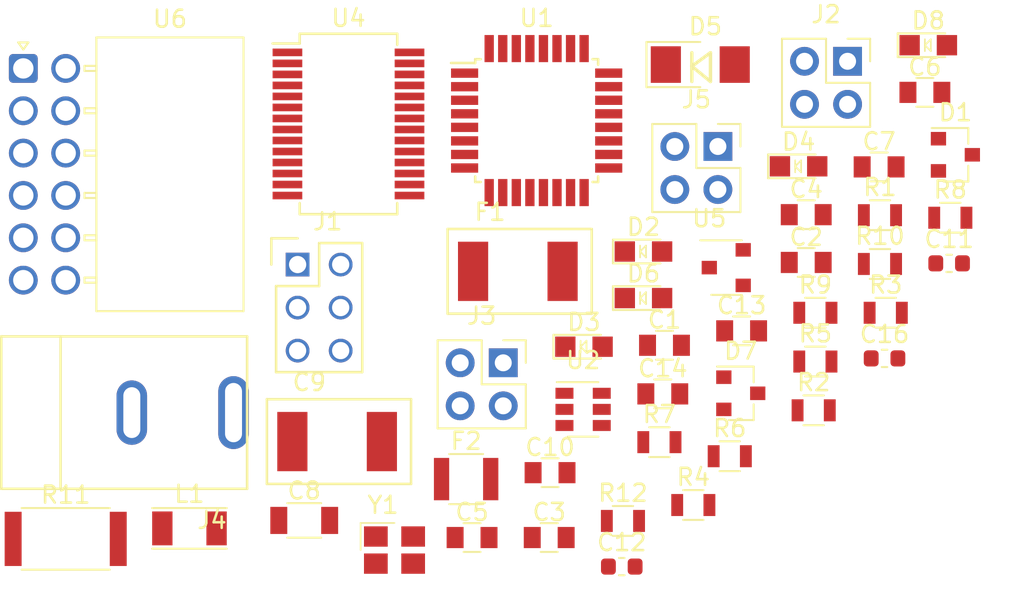
<source format=kicad_pcb>
(kicad_pcb (version 20171130) (host pcbnew 5.1.7-a382d34a8~87~ubuntu20.04.1)

  (general
    (thickness 1.6)
    (drawings 0)
    (tracks 0)
    (zones 0)
    (modules 49)
    (nets 66)
  )

  (page A4)
  (layers
    (0 F.Cu signal)
    (31 B.Cu signal)
    (32 B.Adhes user)
    (33 F.Adhes user)
    (34 B.Paste user)
    (35 F.Paste user)
    (36 B.SilkS user)
    (37 F.SilkS user)
    (38 B.Mask user)
    (39 F.Mask user)
    (40 Dwgs.User user)
    (41 Cmts.User user)
    (42 Eco1.User user)
    (43 Eco2.User user)
    (44 Edge.Cuts user)
    (45 Margin user)
    (46 B.CrtYd user)
    (47 F.CrtYd user)
    (48 B.Fab user)
    (49 F.Fab user)
  )

  (setup
    (last_trace_width 0.25)
    (trace_clearance 0.2)
    (zone_clearance 0.508)
    (zone_45_only no)
    (trace_min 0.2)
    (via_size 0.8)
    (via_drill 0.4)
    (via_min_size 0.4)
    (via_min_drill 0.3)
    (uvia_size 0.3)
    (uvia_drill 0.1)
    (uvias_allowed no)
    (uvia_min_size 0.2)
    (uvia_min_drill 0.1)
    (edge_width 0.1)
    (segment_width 0.2)
    (pcb_text_width 0.3)
    (pcb_text_size 1.5 1.5)
    (mod_edge_width 0.15)
    (mod_text_size 1 1)
    (mod_text_width 0.15)
    (pad_size 1.524 1.524)
    (pad_drill 0.762)
    (pad_to_mask_clearance 0)
    (aux_axis_origin 0 0)
    (visible_elements FFFFFF7F)
    (pcbplotparams
      (layerselection 0x010fc_ffffffff)
      (usegerberextensions false)
      (usegerberattributes true)
      (usegerberadvancedattributes true)
      (creategerberjobfile true)
      (excludeedgelayer true)
      (linewidth 0.100000)
      (plotframeref false)
      (viasonmask false)
      (mode 1)
      (useauxorigin false)
      (hpglpennumber 1)
      (hpglpenspeed 20)
      (hpglpendiameter 15.000000)
      (psnegative false)
      (psa4output false)
      (plotreference true)
      (plotvalue true)
      (plotinvisibletext false)
      (padsonsilk false)
      (subtractmaskfromsilk false)
      (outputformat 1)
      (mirror false)
      (drillshape 1)
      (scaleselection 1)
      (outputdirectory ""))
  )

  (net 0 "")
  (net 1 VCC)
  (net 2 GND)
  (net 3 "Net-(C2-Pad1)")
  (net 4 /12V)
  (net 5 "Net-(C4-Pad1)")
  (net 6 "Net-(C6-Pad1)")
  (net 7 "Net-(C7-Pad2)")
  (net 8 "Net-(C7-Pad1)")
  (net 9 "Net-(C10-Pad1)")
  (net 10 /VCCUSB)
  (net 11 +3V3)
  (net 12 "Net-(C16-Pad1)")
  (net 13 "Net-(D1-Pad1)")
  (net 14 "Net-(D2-Pad2)")
  (net 15 "Net-(D3-Pad2)")
  (net 16 "Net-(D4-Pad2)")
  (net 17 "Net-(D5-Pad2)")
  (net 18 "Net-(D6-Pad2)")
  (net 19 "Net-(D7-Pad1)")
  (net 20 "Net-(D8-Pad2)")
  (net 21 "Net-(F1-Pad1)")
  (net 22 /MISO)
  (net 23 /SCK)
  (net 24 /MOSI)
  (net 25 /RESET)
  (net 26 /SS_HitL)
  (net 27 "Net-(J5-Pad1)")
  (net 28 "Net-(J5-Pad2)")
  (net 29 /SCL)
  (net 30 /SDA)
  (net 31 "Net-(R2-Pad2)")
  (net 32 "Net-(R3-Pad2)")
  (net 33 "Net-(R4-Pad2)")
  (net 34 "Net-(R10-Pad2)")
  (net 35 /D4)
  (net 36 /D5)
  (net 37 /D6)
  (net 38 /D7)
  (net 39 /AI1)
  (net 40 "Net-(U1-Pad20)")
  (net 41 /AI2)
  (net 42 /AI3)
  (net 43 /AI4)
  (net 44 /D1)
  (net 45 /D2)
  (net 46 /RXD)
  (net 47 /TXD)
  (net 48 /D3)
  (net 49 "Net-(U4-Pad2)")
  (net 50 "Net-(U4-Pad3)")
  (net 51 "Net-(U4-Pad6)")
  (net 52 "Net-(U4-Pad9)")
  (net 53 "Net-(U4-Pad10)")
  (net 54 "Net-(U4-Pad11)")
  (net 55 "Net-(U4-Pad12)")
  (net 56 "Net-(U4-Pad13)")
  (net 57 "Net-(U4-Pad14)")
  (net 58 /USBDP)
  (net 59 /USBDM)
  (net 60 "Net-(U4-Pad19)")
  (net 61 "Net-(U4-Pad22)")
  (net 62 "Net-(U4-Pad23)")
  (net 63 "Net-(U4-Pad27)")
  (net 64 "Net-(U4-Pad28)")
  (net 65 "Net-(U6-Pad12)")

  (net_class Default "This is the default net class."
    (clearance 0.2)
    (trace_width 0.25)
    (via_dia 0.8)
    (via_drill 0.4)
    (uvia_dia 0.3)
    (uvia_drill 0.1)
    (add_net +3V3)
    (add_net /12V)
    (add_net /AI1)
    (add_net /AI2)
    (add_net /AI3)
    (add_net /AI4)
    (add_net /D1)
    (add_net /D2)
    (add_net /D3)
    (add_net /D4)
    (add_net /D5)
    (add_net /D6)
    (add_net /D7)
    (add_net /MISO)
    (add_net /MOSI)
    (add_net /RESET)
    (add_net /RXD)
    (add_net /SCK)
    (add_net /SCL)
    (add_net /SDA)
    (add_net /SS_HitL)
    (add_net /TXD)
    (add_net /USBDM)
    (add_net /USBDP)
    (add_net /VCCUSB)
    (add_net GND)
    (add_net "Net-(C10-Pad1)")
    (add_net "Net-(C16-Pad1)")
    (add_net "Net-(C2-Pad1)")
    (add_net "Net-(C4-Pad1)")
    (add_net "Net-(C6-Pad1)")
    (add_net "Net-(C7-Pad1)")
    (add_net "Net-(C7-Pad2)")
    (add_net "Net-(D1-Pad1)")
    (add_net "Net-(D2-Pad2)")
    (add_net "Net-(D3-Pad2)")
    (add_net "Net-(D4-Pad2)")
    (add_net "Net-(D5-Pad2)")
    (add_net "Net-(D6-Pad2)")
    (add_net "Net-(D7-Pad1)")
    (add_net "Net-(D8-Pad2)")
    (add_net "Net-(F1-Pad1)")
    (add_net "Net-(J5-Pad1)")
    (add_net "Net-(J5-Pad2)")
    (add_net "Net-(R10-Pad2)")
    (add_net "Net-(R2-Pad2)")
    (add_net "Net-(R3-Pad2)")
    (add_net "Net-(R4-Pad2)")
    (add_net "Net-(U1-Pad20)")
    (add_net "Net-(U4-Pad10)")
    (add_net "Net-(U4-Pad11)")
    (add_net "Net-(U4-Pad12)")
    (add_net "Net-(U4-Pad13)")
    (add_net "Net-(U4-Pad14)")
    (add_net "Net-(U4-Pad19)")
    (add_net "Net-(U4-Pad2)")
    (add_net "Net-(U4-Pad22)")
    (add_net "Net-(U4-Pad23)")
    (add_net "Net-(U4-Pad27)")
    (add_net "Net-(U4-Pad28)")
    (add_net "Net-(U4-Pad3)")
    (add_net "Net-(U4-Pad6)")
    (add_net "Net-(U4-Pad9)")
    (add_net "Net-(U6-Pad12)")
    (add_net VCC)
  )

  (module footprints:C_0805_OEM (layer F.Cu) (tedit 5C3D8347) (tstamp 60220CA6)
    (at 361.775001 4.620001)
    (descr "Capacitor SMD 0805, reflow soldering, AVX (see smccp.pdf)")
    (tags "capacitor 0805")
    (path /5FBB86C0)
    (attr smd)
    (fp_text reference C1 (at 0 -1.5) (layer F.SilkS)
      (effects (font (size 1 1) (thickness 0.15)))
    )
    (fp_text value C_0.1uF (at 0 1.75) (layer F.Fab) hide
      (effects (font (size 1 1) (thickness 0.15)))
    )
    (fp_line (start 1.75 0.87) (end -1.75 0.87) (layer F.CrtYd) (width 0.05))
    (fp_line (start 1.75 0.87) (end 1.75 -0.88) (layer F.CrtYd) (width 0.05))
    (fp_line (start -1.75 -0.88) (end -1.75 0.87) (layer F.CrtYd) (width 0.05))
    (fp_line (start -1.75 -0.88) (end 1.75 -0.88) (layer F.CrtYd) (width 0.05))
    (fp_line (start -0.5 0.85) (end 0.5 0.85) (layer F.SilkS) (width 0.12))
    (fp_line (start 0.5 -0.85) (end -0.5 -0.85) (layer F.SilkS) (width 0.12))
    (fp_line (start -1 -0.62) (end 1 -0.62) (layer F.Fab) (width 0.1))
    (fp_line (start 1 -0.62) (end 1 0.62) (layer F.Fab) (width 0.1))
    (fp_line (start 1 0.62) (end -1 0.62) (layer F.Fab) (width 0.1))
    (fp_line (start -1 0.62) (end -1 -0.62) (layer F.Fab) (width 0.1))
    (pad 1 smd rect (at -1 0) (size 1 1.25) (layers F.Cu F.Paste F.Mask)
      (net 1 VCC))
    (pad 2 smd rect (at 1 0) (size 1 1.25) (layers F.Cu F.Paste F.Mask)
      (net 2 GND))
    (model ${LOCAL_DIR}/OEM_Preferred_Parts/3DModels/C_0805_OEM/C_0805.step
      (at (xyz 0 0 0))
      (scale (xyz 1 1 1))
      (rotate (xyz 0 0 0))
    )
    (model ${LOCAL_DIR}/OEM_Preferred_Parts/3DModels/C_0805_OEM/C_0805.step
      (at (xyz 0 0 0))
      (scale (xyz 1 1 1))
      (rotate (xyz 0 0 0))
    )
  )

  (module footprints:C_0805_OEM (layer F.Cu) (tedit 5C3D8347) (tstamp 60220CB6)
    (at 370.135001 -0.269999)
    (descr "Capacitor SMD 0805, reflow soldering, AVX (see smccp.pdf)")
    (tags "capacitor 0805")
    (path /5FBB86DD)
    (attr smd)
    (fp_text reference C2 (at 0 -1.5) (layer F.SilkS)
      (effects (font (size 1 1) (thickness 0.15)))
    )
    (fp_text value C_100pF (at 0 1.75) (layer F.Fab) hide
      (effects (font (size 1 1) (thickness 0.15)))
    )
    (fp_line (start -1 0.62) (end -1 -0.62) (layer F.Fab) (width 0.1))
    (fp_line (start 1 0.62) (end -1 0.62) (layer F.Fab) (width 0.1))
    (fp_line (start 1 -0.62) (end 1 0.62) (layer F.Fab) (width 0.1))
    (fp_line (start -1 -0.62) (end 1 -0.62) (layer F.Fab) (width 0.1))
    (fp_line (start 0.5 -0.85) (end -0.5 -0.85) (layer F.SilkS) (width 0.12))
    (fp_line (start -0.5 0.85) (end 0.5 0.85) (layer F.SilkS) (width 0.12))
    (fp_line (start -1.75 -0.88) (end 1.75 -0.88) (layer F.CrtYd) (width 0.05))
    (fp_line (start -1.75 -0.88) (end -1.75 0.87) (layer F.CrtYd) (width 0.05))
    (fp_line (start 1.75 0.87) (end 1.75 -0.88) (layer F.CrtYd) (width 0.05))
    (fp_line (start 1.75 0.87) (end -1.75 0.87) (layer F.CrtYd) (width 0.05))
    (pad 2 smd rect (at 1 0) (size 1 1.25) (layers F.Cu F.Paste F.Mask)
      (net 2 GND))
    (pad 1 smd rect (at -1 0) (size 1 1.25) (layers F.Cu F.Paste F.Mask)
      (net 3 "Net-(C2-Pad1)"))
    (model ${LOCAL_DIR}/OEM_Preferred_Parts/3DModels/C_0805_OEM/C_0805.step
      (at (xyz 0 0 0))
      (scale (xyz 1 1 1))
      (rotate (xyz 0 0 0))
    )
    (model ${LOCAL_DIR}/OEM_Preferred_Parts/3DModels/C_0805_OEM/C_0805.step
      (at (xyz 0 0 0))
      (scale (xyz 1 1 1))
      (rotate (xyz 0 0 0))
    )
  )

  (module footprints:C_0805_OEM (layer F.Cu) (tedit 5C3D8347) (tstamp 60220CC6)
    (at 354.975001 15.970001)
    (descr "Capacitor SMD 0805, reflow soldering, AVX (see smccp.pdf)")
    (tags "capacitor 0805")
    (path /5FCAD196)
    (attr smd)
    (fp_text reference C3 (at 0 -1.5) (layer F.SilkS)
      (effects (font (size 1 1) (thickness 0.15)))
    )
    (fp_text value C_0.1uF (at 0 1.75) (layer F.Fab) hide
      (effects (font (size 1 1) (thickness 0.15)))
    )
    (fp_line (start -1 0.62) (end -1 -0.62) (layer F.Fab) (width 0.1))
    (fp_line (start 1 0.62) (end -1 0.62) (layer F.Fab) (width 0.1))
    (fp_line (start 1 -0.62) (end 1 0.62) (layer F.Fab) (width 0.1))
    (fp_line (start -1 -0.62) (end 1 -0.62) (layer F.Fab) (width 0.1))
    (fp_line (start 0.5 -0.85) (end -0.5 -0.85) (layer F.SilkS) (width 0.12))
    (fp_line (start -0.5 0.85) (end 0.5 0.85) (layer F.SilkS) (width 0.12))
    (fp_line (start -1.75 -0.88) (end 1.75 -0.88) (layer F.CrtYd) (width 0.05))
    (fp_line (start -1.75 -0.88) (end -1.75 0.87) (layer F.CrtYd) (width 0.05))
    (fp_line (start 1.75 0.87) (end 1.75 -0.88) (layer F.CrtYd) (width 0.05))
    (fp_line (start 1.75 0.87) (end -1.75 0.87) (layer F.CrtYd) (width 0.05))
    (pad 2 smd rect (at 1 0) (size 1 1.25) (layers F.Cu F.Paste F.Mask)
      (net 2 GND))
    (pad 1 smd rect (at -1 0) (size 1 1.25) (layers F.Cu F.Paste F.Mask)
      (net 4 /12V))
    (model ${LOCAL_DIR}/OEM_Preferred_Parts/3DModels/C_0805_OEM/C_0805.step
      (at (xyz 0 0 0))
      (scale (xyz 1 1 1))
      (rotate (xyz 0 0 0))
    )
    (model ${LOCAL_DIR}/OEM_Preferred_Parts/3DModels/C_0805_OEM/C_0805.step
      (at (xyz 0 0 0))
      (scale (xyz 1 1 1))
      (rotate (xyz 0 0 0))
    )
  )

  (module footprints:C_0805_OEM (layer F.Cu) (tedit 5C3D8347) (tstamp 60220CD6)
    (at 370.135001 -3.089999)
    (descr "Capacitor SMD 0805, reflow soldering, AVX (see smccp.pdf)")
    (tags "capacitor 0805")
    (path /5FBCBDC7)
    (attr smd)
    (fp_text reference C4 (at 0 -1.5) (layer F.SilkS)
      (effects (font (size 1 1) (thickness 0.15)))
    )
    (fp_text value C_30pF (at 0 1.75) (layer F.Fab) hide
      (effects (font (size 1 1) (thickness 0.15)))
    )
    (fp_line (start -1 0.62) (end -1 -0.62) (layer F.Fab) (width 0.1))
    (fp_line (start 1 0.62) (end -1 0.62) (layer F.Fab) (width 0.1))
    (fp_line (start 1 -0.62) (end 1 0.62) (layer F.Fab) (width 0.1))
    (fp_line (start -1 -0.62) (end 1 -0.62) (layer F.Fab) (width 0.1))
    (fp_line (start 0.5 -0.85) (end -0.5 -0.85) (layer F.SilkS) (width 0.12))
    (fp_line (start -0.5 0.85) (end 0.5 0.85) (layer F.SilkS) (width 0.12))
    (fp_line (start -1.75 -0.88) (end 1.75 -0.88) (layer F.CrtYd) (width 0.05))
    (fp_line (start -1.75 -0.88) (end -1.75 0.87) (layer F.CrtYd) (width 0.05))
    (fp_line (start 1.75 0.87) (end 1.75 -0.88) (layer F.CrtYd) (width 0.05))
    (fp_line (start 1.75 0.87) (end -1.75 0.87) (layer F.CrtYd) (width 0.05))
    (pad 2 smd rect (at 1 0) (size 1 1.25) (layers F.Cu F.Paste F.Mask)
      (net 2 GND))
    (pad 1 smd rect (at -1 0) (size 1 1.25) (layers F.Cu F.Paste F.Mask)
      (net 5 "Net-(C4-Pad1)"))
    (model ${LOCAL_DIR}/OEM_Preferred_Parts/3DModels/C_0805_OEM/C_0805.step
      (at (xyz 0 0 0))
      (scale (xyz 1 1 1))
      (rotate (xyz 0 0 0))
    )
    (model ${LOCAL_DIR}/OEM_Preferred_Parts/3DModels/C_0805_OEM/C_0805.step
      (at (xyz 0 0 0))
      (scale (xyz 1 1 1))
      (rotate (xyz 0 0 0))
    )
  )

  (module footprints:C_0805_OEM (layer F.Cu) (tedit 5C3D8347) (tstamp 60220CE6)
    (at 350.425001 15.970001)
    (descr "Capacitor SMD 0805, reflow soldering, AVX (see smccp.pdf)")
    (tags "capacitor 0805")
    (path /5FCA8F86)
    (attr smd)
    (fp_text reference C5 (at 0 -1.5) (layer F.SilkS)
      (effects (font (size 1 1) (thickness 0.15)))
    )
    (fp_text value C_2.2uF (at 0 1.75) (layer F.Fab) hide
      (effects (font (size 1 1) (thickness 0.15)))
    )
    (fp_line (start 1.75 0.87) (end -1.75 0.87) (layer F.CrtYd) (width 0.05))
    (fp_line (start 1.75 0.87) (end 1.75 -0.88) (layer F.CrtYd) (width 0.05))
    (fp_line (start -1.75 -0.88) (end -1.75 0.87) (layer F.CrtYd) (width 0.05))
    (fp_line (start -1.75 -0.88) (end 1.75 -0.88) (layer F.CrtYd) (width 0.05))
    (fp_line (start -0.5 0.85) (end 0.5 0.85) (layer F.SilkS) (width 0.12))
    (fp_line (start 0.5 -0.85) (end -0.5 -0.85) (layer F.SilkS) (width 0.12))
    (fp_line (start -1 -0.62) (end 1 -0.62) (layer F.Fab) (width 0.1))
    (fp_line (start 1 -0.62) (end 1 0.62) (layer F.Fab) (width 0.1))
    (fp_line (start 1 0.62) (end -1 0.62) (layer F.Fab) (width 0.1))
    (fp_line (start -1 0.62) (end -1 -0.62) (layer F.Fab) (width 0.1))
    (pad 1 smd rect (at -1 0) (size 1 1.25) (layers F.Cu F.Paste F.Mask)
      (net 4 /12V))
    (pad 2 smd rect (at 1 0) (size 1 1.25) (layers F.Cu F.Paste F.Mask)
      (net 2 GND))
    (model ${LOCAL_DIR}/OEM_Preferred_Parts/3DModels/C_0805_OEM/C_0805.step
      (at (xyz 0 0 0))
      (scale (xyz 1 1 1))
      (rotate (xyz 0 0 0))
    )
    (model ${LOCAL_DIR}/OEM_Preferred_Parts/3DModels/C_0805_OEM/C_0805.step
      (at (xyz 0 0 0))
      (scale (xyz 1 1 1))
      (rotate (xyz 0 0 0))
    )
  )

  (module footprints:C_0805_OEM (layer F.Cu) (tedit 5C3D8347) (tstamp 60220CF6)
    (at 377.135001 -10.309999)
    (descr "Capacitor SMD 0805, reflow soldering, AVX (see smccp.pdf)")
    (tags "capacitor 0805")
    (path /5FBCBDD0)
    (attr smd)
    (fp_text reference C6 (at 0 -1.5) (layer F.SilkS)
      (effects (font (size 1 1) (thickness 0.15)))
    )
    (fp_text value C_30pF (at 0 1.75) (layer F.Fab) hide
      (effects (font (size 1 1) (thickness 0.15)))
    )
    (fp_line (start 1.75 0.87) (end -1.75 0.87) (layer F.CrtYd) (width 0.05))
    (fp_line (start 1.75 0.87) (end 1.75 -0.88) (layer F.CrtYd) (width 0.05))
    (fp_line (start -1.75 -0.88) (end -1.75 0.87) (layer F.CrtYd) (width 0.05))
    (fp_line (start -1.75 -0.88) (end 1.75 -0.88) (layer F.CrtYd) (width 0.05))
    (fp_line (start -0.5 0.85) (end 0.5 0.85) (layer F.SilkS) (width 0.12))
    (fp_line (start 0.5 -0.85) (end -0.5 -0.85) (layer F.SilkS) (width 0.12))
    (fp_line (start -1 -0.62) (end 1 -0.62) (layer F.Fab) (width 0.1))
    (fp_line (start 1 -0.62) (end 1 0.62) (layer F.Fab) (width 0.1))
    (fp_line (start 1 0.62) (end -1 0.62) (layer F.Fab) (width 0.1))
    (fp_line (start -1 0.62) (end -1 -0.62) (layer F.Fab) (width 0.1))
    (pad 1 smd rect (at -1 0) (size 1 1.25) (layers F.Cu F.Paste F.Mask)
      (net 6 "Net-(C6-Pad1)"))
    (pad 2 smd rect (at 1 0) (size 1 1.25) (layers F.Cu F.Paste F.Mask)
      (net 2 GND))
    (model ${LOCAL_DIR}/OEM_Preferred_Parts/3DModels/C_0805_OEM/C_0805.step
      (at (xyz 0 0 0))
      (scale (xyz 1 1 1))
      (rotate (xyz 0 0 0))
    )
    (model ${LOCAL_DIR}/OEM_Preferred_Parts/3DModels/C_0805_OEM/C_0805.step
      (at (xyz 0 0 0))
      (scale (xyz 1 1 1))
      (rotate (xyz 0 0 0))
    )
  )

  (module footprints:C_0805_OEM (layer F.Cu) (tedit 5C3D8347) (tstamp 60220D06)
    (at 374.435001 -5.909999)
    (descr "Capacitor SMD 0805, reflow soldering, AVX (see smccp.pdf)")
    (tags "capacitor 0805")
    (path /5FC4C080)
    (attr smd)
    (fp_text reference C7 (at 0 -1.5) (layer F.SilkS)
      (effects (font (size 1 1) (thickness 0.15)))
    )
    (fp_text value C_0.1uF (at 0 1.75) (layer F.Fab) hide
      (effects (font (size 1 1) (thickness 0.15)))
    )
    (fp_line (start -1 0.62) (end -1 -0.62) (layer F.Fab) (width 0.1))
    (fp_line (start 1 0.62) (end -1 0.62) (layer F.Fab) (width 0.1))
    (fp_line (start 1 -0.62) (end 1 0.62) (layer F.Fab) (width 0.1))
    (fp_line (start -1 -0.62) (end 1 -0.62) (layer F.Fab) (width 0.1))
    (fp_line (start 0.5 -0.85) (end -0.5 -0.85) (layer F.SilkS) (width 0.12))
    (fp_line (start -0.5 0.85) (end 0.5 0.85) (layer F.SilkS) (width 0.12))
    (fp_line (start -1.75 -0.88) (end 1.75 -0.88) (layer F.CrtYd) (width 0.05))
    (fp_line (start -1.75 -0.88) (end -1.75 0.87) (layer F.CrtYd) (width 0.05))
    (fp_line (start 1.75 0.87) (end 1.75 -0.88) (layer F.CrtYd) (width 0.05))
    (fp_line (start 1.75 0.87) (end -1.75 0.87) (layer F.CrtYd) (width 0.05))
    (pad 2 smd rect (at 1 0) (size 1 1.25) (layers F.Cu F.Paste F.Mask)
      (net 7 "Net-(C7-Pad2)"))
    (pad 1 smd rect (at -1 0) (size 1 1.25) (layers F.Cu F.Paste F.Mask)
      (net 8 "Net-(C7-Pad1)"))
    (model ${LOCAL_DIR}/OEM_Preferred_Parts/3DModels/C_0805_OEM/C_0805.step
      (at (xyz 0 0 0))
      (scale (xyz 1 1 1))
      (rotate (xyz 0 0 0))
    )
    (model ${LOCAL_DIR}/OEM_Preferred_Parts/3DModels/C_0805_OEM/C_0805.step
      (at (xyz 0 0 0))
      (scale (xyz 1 1 1))
      (rotate (xyz 0 0 0))
    )
  )

  (module footprints:C_1206_OEM (layer F.Cu) (tedit 5C16B943) (tstamp 60220D16)
    (at 340.525001 14.960001)
    (descr "Capacitor SMD 1206, reflow soldering, AVX (see smccp.pdf)")
    (tags "capacitor 1206")
    (path /5FC56FAB)
    (attr smd)
    (fp_text reference C8 (at 0 -1.75) (layer F.SilkS)
      (effects (font (size 1 1) (thickness 0.15)))
    )
    (fp_text value C_22uF (at 0 2) (layer F.Fab) hide
      (effects (font (size 1 1) (thickness 0.15)))
    )
    (fp_line (start 2.25 1.05) (end -2.25 1.05) (layer F.CrtYd) (width 0.05))
    (fp_line (start 2.25 1.05) (end 2.25 -1.05) (layer F.CrtYd) (width 0.05))
    (fp_line (start -2.25 -1.05) (end -2.25 1.05) (layer F.CrtYd) (width 0.05))
    (fp_line (start -2.25 -1.05) (end 2.25 -1.05) (layer F.CrtYd) (width 0.05))
    (fp_line (start -1 1.02) (end 1 1.02) (layer F.SilkS) (width 0.12))
    (fp_line (start 1 -1.02) (end -1 -1.02) (layer F.SilkS) (width 0.12))
    (fp_line (start -1.6 -0.8) (end 1.6 -0.8) (layer F.Fab) (width 0.1))
    (fp_line (start 1.6 -0.8) (end 1.6 0.8) (layer F.Fab) (width 0.1))
    (fp_line (start 1.6 0.8) (end -1.6 0.8) (layer F.Fab) (width 0.1))
    (fp_line (start -1.6 0.8) (end -1.6 -0.8) (layer F.Fab) (width 0.1))
    (pad 1 smd rect (at -1.5 0) (size 1 1.6) (layers F.Cu F.Paste F.Mask)
      (net 9 "Net-(C10-Pad1)"))
    (pad 2 smd rect (at 1.5 0) (size 1 1.6) (layers F.Cu F.Paste F.Mask)
      (net 2 GND))
    (model ${LOCAL_DIR}/OEM_Preferred_Parts/3DModels/C_1206_OEM/C_1206_OEM.wrl
      (at (xyz 0 0 0))
      (scale (xyz 1 1 1))
      (rotate (xyz 0 0 0))
    )
  )

  (module footprints:Fuse_1812 (layer F.Cu) (tedit 5A050C3C) (tstamp 60220D20)
    (at 339.825001 10.305001)
    (path /5FC6C092)
    (fp_text reference C9 (at 1 -3.5) (layer F.SilkS)
      (effects (font (size 1 1) (thickness 0.15)))
    )
    (fp_text value C_33uF (at 3 3.5) (layer F.Fab) hide
      (effects (font (size 1 1) (thickness 0.15)))
    )
    (fp_line (start -1.5 2.5) (end -1.5 -2.5) (layer F.SilkS) (width 0.15))
    (fp_line (start 7 2.5) (end -1.5 2.5) (layer F.SilkS) (width 0.15))
    (fp_line (start 7 -2.5) (end 7 2.5) (layer F.SilkS) (width 0.15))
    (fp_line (start -1.5 -2.5) (end 7 -2.5) (layer F.SilkS) (width 0.15))
    (pad 2 smd rect (at 5.28 0) (size 1.78 3.5) (layers F.Cu F.Paste F.Mask)
      (net 2 GND))
    (pad 1 smd rect (at 0 0) (size 1.78 3.5) (layers F.Cu F.Paste F.Mask)
      (net 9 "Net-(C10-Pad1)"))
  )

  (module footprints:C_0805_OEM (layer F.Cu) (tedit 5C3D8347) (tstamp 60220D30)
    (at 355.025001 12.140001)
    (descr "Capacitor SMD 0805, reflow soldering, AVX (see smccp.pdf)")
    (tags "capacitor 0805")
    (path /5FC6D205)
    (attr smd)
    (fp_text reference C10 (at 0 -1.5) (layer F.SilkS)
      (effects (font (size 1 1) (thickness 0.15)))
    )
    (fp_text value C_47uF (at 0 1.75) (layer F.Fab) hide
      (effects (font (size 1 1) (thickness 0.15)))
    )
    (fp_line (start 1.75 0.87) (end -1.75 0.87) (layer F.CrtYd) (width 0.05))
    (fp_line (start 1.75 0.87) (end 1.75 -0.88) (layer F.CrtYd) (width 0.05))
    (fp_line (start -1.75 -0.88) (end -1.75 0.87) (layer F.CrtYd) (width 0.05))
    (fp_line (start -1.75 -0.88) (end 1.75 -0.88) (layer F.CrtYd) (width 0.05))
    (fp_line (start -0.5 0.85) (end 0.5 0.85) (layer F.SilkS) (width 0.12))
    (fp_line (start 0.5 -0.85) (end -0.5 -0.85) (layer F.SilkS) (width 0.12))
    (fp_line (start -1 -0.62) (end 1 -0.62) (layer F.Fab) (width 0.1))
    (fp_line (start 1 -0.62) (end 1 0.62) (layer F.Fab) (width 0.1))
    (fp_line (start 1 0.62) (end -1 0.62) (layer F.Fab) (width 0.1))
    (fp_line (start -1 0.62) (end -1 -0.62) (layer F.Fab) (width 0.1))
    (pad 1 smd rect (at -1 0) (size 1 1.25) (layers F.Cu F.Paste F.Mask)
      (net 9 "Net-(C10-Pad1)"))
    (pad 2 smd rect (at 1 0) (size 1 1.25) (layers F.Cu F.Paste F.Mask)
      (net 2 GND))
    (model ${LOCAL_DIR}/OEM_Preferred_Parts/3DModels/C_0805_OEM/C_0805.step
      (at (xyz 0 0 0))
      (scale (xyz 1 1 1))
      (rotate (xyz 0 0 0))
    )
    (model ${LOCAL_DIR}/OEM_Preferred_Parts/3DModels/C_0805_OEM/C_0805.step
      (at (xyz 0 0 0))
      (scale (xyz 1 1 1))
      (rotate (xyz 0 0 0))
    )
  )

  (module footprints:C_0603_1608Metric (layer F.Cu) (tedit 5B301BBE) (tstamp 60220D41)
    (at 378.565001 -0.214999)
    (descr "Capacitor SMD 0603 (1608 Metric), square (rectangular) end terminal, IPC_7351 nominal, (Body size source: http://www.tortai-tech.com/upload/download/2011102023233369053.pdf), generated with kicad-footprint-generator")
    (tags capacitor)
    (path /5FA203A0)
    (attr smd)
    (fp_text reference C11 (at 0 -1.43) (layer F.SilkS)
      (effects (font (size 1 1) (thickness 0.15)))
    )
    (fp_text value C_4.7uF (at 0 1.43) (layer F.Fab)
      (effects (font (size 1 1) (thickness 0.15)))
    )
    (fp_text user %R (at 0 0) (layer F.Fab)
      (effects (font (size 0.4 0.4) (thickness 0.06)))
    )
    (fp_line (start -0.8 0.4) (end -0.8 -0.4) (layer F.Fab) (width 0.1))
    (fp_line (start -0.8 -0.4) (end 0.8 -0.4) (layer F.Fab) (width 0.1))
    (fp_line (start 0.8 -0.4) (end 0.8 0.4) (layer F.Fab) (width 0.1))
    (fp_line (start 0.8 0.4) (end -0.8 0.4) (layer F.Fab) (width 0.1))
    (fp_line (start -0.162779 -0.51) (end 0.162779 -0.51) (layer F.SilkS) (width 0.12))
    (fp_line (start -0.162779 0.51) (end 0.162779 0.51) (layer F.SilkS) (width 0.12))
    (fp_line (start -1.48 0.73) (end -1.48 -0.73) (layer F.CrtYd) (width 0.05))
    (fp_line (start -1.48 -0.73) (end 1.48 -0.73) (layer F.CrtYd) (width 0.05))
    (fp_line (start 1.48 -0.73) (end 1.48 0.73) (layer F.CrtYd) (width 0.05))
    (fp_line (start 1.48 0.73) (end -1.48 0.73) (layer F.CrtYd) (width 0.05))
    (pad 2 smd roundrect (at 0.7875 0) (size 0.875 0.95) (layers F.Cu F.Paste F.Mask) (roundrect_rratio 0.25)
      (net 10 /VCCUSB))
    (pad 1 smd roundrect (at -0.7875 0) (size 0.875 0.95) (layers F.Cu F.Paste F.Mask) (roundrect_rratio 0.25)
      (net 2 GND))
    (model ${KISYS3DMOD}/Capacitor_SMD.3dshapes/C_0603_1608Metric.wrl
      (at (xyz 0 0 0))
      (scale (xyz 1 1 1))
      (rotate (xyz 0 0 0))
    )
  )

  (module footprints:C_0603_1608Metric (layer F.Cu) (tedit 5B301BBE) (tstamp 60220D52)
    (at 359.255001 17.685001)
    (descr "Capacitor SMD 0603 (1608 Metric), square (rectangular) end terminal, IPC_7351 nominal, (Body size source: http://www.tortai-tech.com/upload/download/2011102023233369053.pdf), generated with kicad-footprint-generator")
    (tags capacitor)
    (path /5FA22267)
    (attr smd)
    (fp_text reference C12 (at 0 -1.43) (layer F.SilkS)
      (effects (font (size 1 1) (thickness 0.15)))
    )
    (fp_text value C_100nF (at 0 1.43) (layer F.Fab)
      (effects (font (size 1 1) (thickness 0.15)))
    )
    (fp_line (start 1.48 0.73) (end -1.48 0.73) (layer F.CrtYd) (width 0.05))
    (fp_line (start 1.48 -0.73) (end 1.48 0.73) (layer F.CrtYd) (width 0.05))
    (fp_line (start -1.48 -0.73) (end 1.48 -0.73) (layer F.CrtYd) (width 0.05))
    (fp_line (start -1.48 0.73) (end -1.48 -0.73) (layer F.CrtYd) (width 0.05))
    (fp_line (start -0.162779 0.51) (end 0.162779 0.51) (layer F.SilkS) (width 0.12))
    (fp_line (start -0.162779 -0.51) (end 0.162779 -0.51) (layer F.SilkS) (width 0.12))
    (fp_line (start 0.8 0.4) (end -0.8 0.4) (layer F.Fab) (width 0.1))
    (fp_line (start 0.8 -0.4) (end 0.8 0.4) (layer F.Fab) (width 0.1))
    (fp_line (start -0.8 -0.4) (end 0.8 -0.4) (layer F.Fab) (width 0.1))
    (fp_line (start -0.8 0.4) (end -0.8 -0.4) (layer F.Fab) (width 0.1))
    (fp_text user %R (at 0 0) (layer F.Fab)
      (effects (font (size 0.4 0.4) (thickness 0.06)))
    )
    (pad 1 smd roundrect (at -0.7875 0) (size 0.875 0.95) (layers F.Cu F.Paste F.Mask) (roundrect_rratio 0.25)
      (net 2 GND))
    (pad 2 smd roundrect (at 0.7875 0) (size 0.875 0.95) (layers F.Cu F.Paste F.Mask) (roundrect_rratio 0.25)
      (net 10 /VCCUSB))
    (model ${KISYS3DMOD}/Capacitor_SMD.3dshapes/C_0603_1608Metric.wrl
      (at (xyz 0 0 0))
      (scale (xyz 1 1 1))
      (rotate (xyz 0 0 0))
    )
  )

  (module footprints:C_0805_OEM (layer F.Cu) (tedit 5C3D8347) (tstamp 60220D62)
    (at 366.325001 3.770001)
    (descr "Capacitor SMD 0805, reflow soldering, AVX (see smccp.pdf)")
    (tags "capacitor 0805")
    (path /5FCF5CF3)
    (attr smd)
    (fp_text reference C13 (at 0 -1.5) (layer F.SilkS)
      (effects (font (size 1 1) (thickness 0.15)))
    )
    (fp_text value C_0.1uF (at 0 1.75) (layer F.Fab) hide
      (effects (font (size 1 1) (thickness 0.15)))
    )
    (fp_line (start -1 0.62) (end -1 -0.62) (layer F.Fab) (width 0.1))
    (fp_line (start 1 0.62) (end -1 0.62) (layer F.Fab) (width 0.1))
    (fp_line (start 1 -0.62) (end 1 0.62) (layer F.Fab) (width 0.1))
    (fp_line (start -1 -0.62) (end 1 -0.62) (layer F.Fab) (width 0.1))
    (fp_line (start 0.5 -0.85) (end -0.5 -0.85) (layer F.SilkS) (width 0.12))
    (fp_line (start -0.5 0.85) (end 0.5 0.85) (layer F.SilkS) (width 0.12))
    (fp_line (start -1.75 -0.88) (end 1.75 -0.88) (layer F.CrtYd) (width 0.05))
    (fp_line (start -1.75 -0.88) (end -1.75 0.87) (layer F.CrtYd) (width 0.05))
    (fp_line (start 1.75 0.87) (end 1.75 -0.88) (layer F.CrtYd) (width 0.05))
    (fp_line (start 1.75 0.87) (end -1.75 0.87) (layer F.CrtYd) (width 0.05))
    (pad 2 smd rect (at 1 0) (size 1 1.25) (layers F.Cu F.Paste F.Mask)
      (net 2 GND))
    (pad 1 smd rect (at -1 0) (size 1 1.25) (layers F.Cu F.Paste F.Mask)
      (net 1 VCC))
    (model ${LOCAL_DIR}/OEM_Preferred_Parts/3DModels/C_0805_OEM/C_0805.step
      (at (xyz 0 0 0))
      (scale (xyz 1 1 1))
      (rotate (xyz 0 0 0))
    )
    (model ${LOCAL_DIR}/OEM_Preferred_Parts/3DModels/C_0805_OEM/C_0805.step
      (at (xyz 0 0 0))
      (scale (xyz 1 1 1))
      (rotate (xyz 0 0 0))
    )
  )

  (module footprints:C_0805_OEM (layer F.Cu) (tedit 5C3D8347) (tstamp 60220D72)
    (at 361.675001 7.490001)
    (descr "Capacitor SMD 0805, reflow soldering, AVX (see smccp.pdf)")
    (tags "capacitor 0805")
    (path /5FCF337A)
    (attr smd)
    (fp_text reference C14 (at 0 -1.5) (layer F.SilkS)
      (effects (font (size 1 1) (thickness 0.15)))
    )
    (fp_text value C_0.1uF (at 0 1.75) (layer F.Fab) hide
      (effects (font (size 1 1) (thickness 0.15)))
    )
    (fp_line (start 1.75 0.87) (end -1.75 0.87) (layer F.CrtYd) (width 0.05))
    (fp_line (start 1.75 0.87) (end 1.75 -0.88) (layer F.CrtYd) (width 0.05))
    (fp_line (start -1.75 -0.88) (end -1.75 0.87) (layer F.CrtYd) (width 0.05))
    (fp_line (start -1.75 -0.88) (end 1.75 -0.88) (layer F.CrtYd) (width 0.05))
    (fp_line (start -0.5 0.85) (end 0.5 0.85) (layer F.SilkS) (width 0.12))
    (fp_line (start 0.5 -0.85) (end -0.5 -0.85) (layer F.SilkS) (width 0.12))
    (fp_line (start -1 -0.62) (end 1 -0.62) (layer F.Fab) (width 0.1))
    (fp_line (start 1 -0.62) (end 1 0.62) (layer F.Fab) (width 0.1))
    (fp_line (start 1 0.62) (end -1 0.62) (layer F.Fab) (width 0.1))
    (fp_line (start -1 0.62) (end -1 -0.62) (layer F.Fab) (width 0.1))
    (pad 1 smd rect (at -1 0) (size 1 1.25) (layers F.Cu F.Paste F.Mask)
      (net 11 +3V3))
    (pad 2 smd rect (at 1 0) (size 1 1.25) (layers F.Cu F.Paste F.Mask)
      (net 2 GND))
    (model ${LOCAL_DIR}/OEM_Preferred_Parts/3DModels/C_0805_OEM/C_0805.step
      (at (xyz 0 0 0))
      (scale (xyz 1 1 1))
      (rotate (xyz 0 0 0))
    )
    (model ${LOCAL_DIR}/OEM_Preferred_Parts/3DModels/C_0805_OEM/C_0805.step
      (at (xyz 0 0 0))
      (scale (xyz 1 1 1))
      (rotate (xyz 0 0 0))
    )
  )

  (module footprints:C_0603_1608Metric (layer F.Cu) (tedit 5B301BBE) (tstamp 60220D83)
    (at 374.755001 5.395001)
    (descr "Capacitor SMD 0603 (1608 Metric), square (rectangular) end terminal, IPC_7351 nominal, (Body size source: http://www.tortai-tech.com/upload/download/2011102023233369053.pdf), generated with kicad-footprint-generator")
    (tags capacitor)
    (path /5FA17A78)
    (attr smd)
    (fp_text reference C16 (at 0 -1.43) (layer F.SilkS)
      (effects (font (size 1 1) (thickness 0.15)))
    )
    (fp_text value C_100nF (at 0 1.43) (layer F.Fab)
      (effects (font (size 1 1) (thickness 0.15)))
    )
    (fp_line (start 1.48 0.73) (end -1.48 0.73) (layer F.CrtYd) (width 0.05))
    (fp_line (start 1.48 -0.73) (end 1.48 0.73) (layer F.CrtYd) (width 0.05))
    (fp_line (start -1.48 -0.73) (end 1.48 -0.73) (layer F.CrtYd) (width 0.05))
    (fp_line (start -1.48 0.73) (end -1.48 -0.73) (layer F.CrtYd) (width 0.05))
    (fp_line (start -0.162779 0.51) (end 0.162779 0.51) (layer F.SilkS) (width 0.12))
    (fp_line (start -0.162779 -0.51) (end 0.162779 -0.51) (layer F.SilkS) (width 0.12))
    (fp_line (start 0.8 0.4) (end -0.8 0.4) (layer F.Fab) (width 0.1))
    (fp_line (start 0.8 -0.4) (end 0.8 0.4) (layer F.Fab) (width 0.1))
    (fp_line (start -0.8 -0.4) (end 0.8 -0.4) (layer F.Fab) (width 0.1))
    (fp_line (start -0.8 0.4) (end -0.8 -0.4) (layer F.Fab) (width 0.1))
    (fp_text user %R (at 0 0) (layer F.Fab)
      (effects (font (size 0.4 0.4) (thickness 0.06)))
    )
    (pad 1 smd roundrect (at -0.7875 0) (size 0.875 0.95) (layers F.Cu F.Paste F.Mask) (roundrect_rratio 0.25)
      (net 12 "Net-(C16-Pad1)"))
    (pad 2 smd roundrect (at 0.7875 0) (size 0.875 0.95) (layers F.Cu F.Paste F.Mask) (roundrect_rratio 0.25)
      (net 2 GND))
    (model ${KISYS3DMOD}/Capacitor_SMD.3dshapes/C_0603_1608Metric.wrl
      (at (xyz 0 0 0))
      (scale (xyz 1 1 1))
      (rotate (xyz 0 0 0))
    )
  )

  (module Package_TO_SOT_SMD:SOT-23 (layer F.Cu) (tedit 5A02FF57) (tstamp 60220D98)
    (at 378.935001 -6.624999)
    (descr "SOT-23, Standard")
    (tags SOT-23)
    (path /5FD5496B)
    (attr smd)
    (fp_text reference D1 (at 0 -2.5) (layer F.SilkS)
      (effects (font (size 1 1) (thickness 0.15)))
    )
    (fp_text value BAS40-00 (at 0 2.5) (layer F.Fab)
      (effects (font (size 1 1) (thickness 0.15)))
    )
    (fp_text user %R (at 0 0 90) (layer F.Fab)
      (effects (font (size 0.5 0.5) (thickness 0.075)))
    )
    (fp_line (start -0.7 -0.95) (end -0.7 1.5) (layer F.Fab) (width 0.1))
    (fp_line (start -0.15 -1.52) (end 0.7 -1.52) (layer F.Fab) (width 0.1))
    (fp_line (start -0.7 -0.95) (end -0.15 -1.52) (layer F.Fab) (width 0.1))
    (fp_line (start 0.7 -1.52) (end 0.7 1.52) (layer F.Fab) (width 0.1))
    (fp_line (start -0.7 1.52) (end 0.7 1.52) (layer F.Fab) (width 0.1))
    (fp_line (start 0.76 1.58) (end 0.76 0.65) (layer F.SilkS) (width 0.12))
    (fp_line (start 0.76 -1.58) (end 0.76 -0.65) (layer F.SilkS) (width 0.12))
    (fp_line (start -1.7 -1.75) (end 1.7 -1.75) (layer F.CrtYd) (width 0.05))
    (fp_line (start 1.7 -1.75) (end 1.7 1.75) (layer F.CrtYd) (width 0.05))
    (fp_line (start 1.7 1.75) (end -1.7 1.75) (layer F.CrtYd) (width 0.05))
    (fp_line (start -1.7 1.75) (end -1.7 -1.75) (layer F.CrtYd) (width 0.05))
    (fp_line (start 0.76 -1.58) (end -1.4 -1.58) (layer F.SilkS) (width 0.12))
    (fp_line (start 0.76 1.58) (end -0.7 1.58) (layer F.SilkS) (width 0.12))
    (pad 3 smd rect (at 1 0) (size 0.9 0.8) (layers F.Cu F.Paste F.Mask)
      (net 10 /VCCUSB))
    (pad 2 smd rect (at -1 0.95) (size 0.9 0.8) (layers F.Cu F.Paste F.Mask))
    (pad 1 smd rect (at -1 -0.95) (size 0.9 0.8) (layers F.Cu F.Paste F.Mask)
      (net 13 "Net-(D1-Pad1)"))
    (model ${KISYS3DMOD}/Package_TO_SOT_SMD.3dshapes/SOT-23.wrl
      (at (xyz 0 0 0))
      (scale (xyz 1 1 1))
      (rotate (xyz 0 0 0))
    )
  )

  (module footprints:LED_0805_OEM (layer F.Cu) (tedit 5C3D84D8) (tstamp 60220DB1)
    (at 360.535001 -0.914999)
    (descr "LED 0805 smd package")
    (tags "LED led 0805 SMD smd SMT smt smdled SMDLED smtled SMTLED")
    (path /5FC01D5A)
    (attr smd)
    (fp_text reference D2 (at 0 -1.45) (layer F.SilkS)
      (effects (font (size 1 1) (thickness 0.15)))
    )
    (fp_text value LED_0805 (at 0.508 2.032) (layer F.Fab) hide
      (effects (font (size 1 1) (thickness 0.15)))
    )
    (fp_line (start -0.2 0.35) (end -0.2 0) (layer F.SilkS) (width 0.1))
    (fp_line (start -0.2 0) (end -0.2 -0.35) (layer F.SilkS) (width 0.1))
    (fp_line (start 0.15 0.35) (end -0.2 0) (layer F.SilkS) (width 0.1))
    (fp_line (start 0.15 0.3) (end 0.15 0.35) (layer F.SilkS) (width 0.1))
    (fp_line (start 0.15 0.35) (end 0.15 0.3) (layer F.SilkS) (width 0.1))
    (fp_line (start 0.15 -0.35) (end 0.15 0.3) (layer F.SilkS) (width 0.1))
    (fp_line (start 0.1 -0.3) (end 0.15 -0.35) (layer F.SilkS) (width 0.1))
    (fp_line (start -0.2 0) (end 0.1 -0.3) (layer F.SilkS) (width 0.1))
    (fp_line (start -1.8 -0.7) (end -1.8 0.7) (layer F.SilkS) (width 0.12))
    (fp_line (start 1 0.6) (end -1 0.6) (layer F.Fab) (width 0.1))
    (fp_line (start 1 -0.6) (end 1 0.6) (layer F.Fab) (width 0.1))
    (fp_line (start -1 -0.6) (end 1 -0.6) (layer F.Fab) (width 0.1))
    (fp_line (start -1 0.6) (end -1 -0.6) (layer F.Fab) (width 0.1))
    (fp_line (start -1.8 0.7) (end 1 0.7) (layer F.SilkS) (width 0.12))
    (fp_line (start -1.8 -0.7) (end 1 -0.7) (layer F.SilkS) (width 0.12))
    (fp_line (start 1.95 -0.85) (end 1.95 0.85) (layer F.CrtYd) (width 0.05))
    (fp_line (start 1.95 0.85) (end -1.95 0.85) (layer F.CrtYd) (width 0.05))
    (fp_line (start -1.95 0.85) (end -1.95 -0.85) (layer F.CrtYd) (width 0.05))
    (fp_line (start -1.95 -0.85) (end 1.95 -0.85) (layer F.CrtYd) (width 0.05))
    (pad 1 smd rect (at -1.1 0 180) (size 1.2 1.2) (layers F.Cu F.Paste F.Mask)
      (net 2 GND))
    (pad 2 smd rect (at 1.1 0 180) (size 1.2 1.2) (layers F.Cu F.Paste F.Mask)
      (net 14 "Net-(D2-Pad2)"))
    (model "${LOCAL_DIR}/OEM_Preferred_Parts/3DModels/LED_0805/LED 0805 Base GREEN001_sp.wrl"
      (at (xyz 0 0 0))
      (scale (xyz 1 1 1))
      (rotate (xyz 0 0 180))
    )
    (model "${LOCAL_DIR}/OEM_Preferred_Parts/3DModels/LED_0805/LED 0805 Base GREEN001_sp.step"
      (at (xyz 0 0 0))
      (scale (xyz 1 1 1))
      (rotate (xyz 0 0 0))
    )
  )

  (module footprints:LED_0805_OEM (layer F.Cu) (tedit 5C3D84D8) (tstamp 60220DCA)
    (at 357.025001 4.705001)
    (descr "LED 0805 smd package")
    (tags "LED led 0805 SMD smd SMT smt smdled SMDLED smtled SMTLED")
    (path /5FC01D99)
    (attr smd)
    (fp_text reference D3 (at 0 -1.45) (layer F.SilkS)
      (effects (font (size 1 1) (thickness 0.15)))
    )
    (fp_text value LED_0805 (at 0.508 2.032) (layer F.Fab) hide
      (effects (font (size 1 1) (thickness 0.15)))
    )
    (fp_line (start -1.95 -0.85) (end 1.95 -0.85) (layer F.CrtYd) (width 0.05))
    (fp_line (start -1.95 0.85) (end -1.95 -0.85) (layer F.CrtYd) (width 0.05))
    (fp_line (start 1.95 0.85) (end -1.95 0.85) (layer F.CrtYd) (width 0.05))
    (fp_line (start 1.95 -0.85) (end 1.95 0.85) (layer F.CrtYd) (width 0.05))
    (fp_line (start -1.8 -0.7) (end 1 -0.7) (layer F.SilkS) (width 0.12))
    (fp_line (start -1.8 0.7) (end 1 0.7) (layer F.SilkS) (width 0.12))
    (fp_line (start -1 0.6) (end -1 -0.6) (layer F.Fab) (width 0.1))
    (fp_line (start -1 -0.6) (end 1 -0.6) (layer F.Fab) (width 0.1))
    (fp_line (start 1 -0.6) (end 1 0.6) (layer F.Fab) (width 0.1))
    (fp_line (start 1 0.6) (end -1 0.6) (layer F.Fab) (width 0.1))
    (fp_line (start -1.8 -0.7) (end -1.8 0.7) (layer F.SilkS) (width 0.12))
    (fp_line (start -0.2 0) (end 0.1 -0.3) (layer F.SilkS) (width 0.1))
    (fp_line (start 0.1 -0.3) (end 0.15 -0.35) (layer F.SilkS) (width 0.1))
    (fp_line (start 0.15 -0.35) (end 0.15 0.3) (layer F.SilkS) (width 0.1))
    (fp_line (start 0.15 0.35) (end 0.15 0.3) (layer F.SilkS) (width 0.1))
    (fp_line (start 0.15 0.3) (end 0.15 0.35) (layer F.SilkS) (width 0.1))
    (fp_line (start 0.15 0.35) (end -0.2 0) (layer F.SilkS) (width 0.1))
    (fp_line (start -0.2 0) (end -0.2 -0.35) (layer F.SilkS) (width 0.1))
    (fp_line (start -0.2 0.35) (end -0.2 0) (layer F.SilkS) (width 0.1))
    (pad 2 smd rect (at 1.1 0 180) (size 1.2 1.2) (layers F.Cu F.Paste F.Mask)
      (net 15 "Net-(D3-Pad2)"))
    (pad 1 smd rect (at -1.1 0 180) (size 1.2 1.2) (layers F.Cu F.Paste F.Mask)
      (net 2 GND))
    (model "${LOCAL_DIR}/OEM_Preferred_Parts/3DModels/LED_0805/LED 0805 Base GREEN001_sp.wrl"
      (at (xyz 0 0 0))
      (scale (xyz 1 1 1))
      (rotate (xyz 0 0 180))
    )
    (model "${LOCAL_DIR}/OEM_Preferred_Parts/3DModels/LED_0805/LED 0805 Base GREEN001_sp.step"
      (at (xyz 0 0 0))
      (scale (xyz 1 1 1))
      (rotate (xyz 0 0 0))
    )
  )

  (module footprints:LED_0805_OEM (layer F.Cu) (tedit 5C3D84D8) (tstamp 60220DE3)
    (at 369.685001 -5.944999)
    (descr "LED 0805 smd package")
    (tags "LED led 0805 SMD smd SMT smt smdled SMDLED smtled SMTLED")
    (path /5FC01D81)
    (attr smd)
    (fp_text reference D4 (at 0 -1.45) (layer F.SilkS)
      (effects (font (size 1 1) (thickness 0.15)))
    )
    (fp_text value LED_0805 (at 0.508 2.032) (layer F.Fab) hide
      (effects (font (size 1 1) (thickness 0.15)))
    )
    (fp_line (start -1.95 -0.85) (end 1.95 -0.85) (layer F.CrtYd) (width 0.05))
    (fp_line (start -1.95 0.85) (end -1.95 -0.85) (layer F.CrtYd) (width 0.05))
    (fp_line (start 1.95 0.85) (end -1.95 0.85) (layer F.CrtYd) (width 0.05))
    (fp_line (start 1.95 -0.85) (end 1.95 0.85) (layer F.CrtYd) (width 0.05))
    (fp_line (start -1.8 -0.7) (end 1 -0.7) (layer F.SilkS) (width 0.12))
    (fp_line (start -1.8 0.7) (end 1 0.7) (layer F.SilkS) (width 0.12))
    (fp_line (start -1 0.6) (end -1 -0.6) (layer F.Fab) (width 0.1))
    (fp_line (start -1 -0.6) (end 1 -0.6) (layer F.Fab) (width 0.1))
    (fp_line (start 1 -0.6) (end 1 0.6) (layer F.Fab) (width 0.1))
    (fp_line (start 1 0.6) (end -1 0.6) (layer F.Fab) (width 0.1))
    (fp_line (start -1.8 -0.7) (end -1.8 0.7) (layer F.SilkS) (width 0.12))
    (fp_line (start -0.2 0) (end 0.1 -0.3) (layer F.SilkS) (width 0.1))
    (fp_line (start 0.1 -0.3) (end 0.15 -0.35) (layer F.SilkS) (width 0.1))
    (fp_line (start 0.15 -0.35) (end 0.15 0.3) (layer F.SilkS) (width 0.1))
    (fp_line (start 0.15 0.35) (end 0.15 0.3) (layer F.SilkS) (width 0.1))
    (fp_line (start 0.15 0.3) (end 0.15 0.35) (layer F.SilkS) (width 0.1))
    (fp_line (start 0.15 0.35) (end -0.2 0) (layer F.SilkS) (width 0.1))
    (fp_line (start -0.2 0) (end -0.2 -0.35) (layer F.SilkS) (width 0.1))
    (fp_line (start -0.2 0.35) (end -0.2 0) (layer F.SilkS) (width 0.1))
    (pad 2 smd rect (at 1.1 0 180) (size 1.2 1.2) (layers F.Cu F.Paste F.Mask)
      (net 16 "Net-(D4-Pad2)"))
    (pad 1 smd rect (at -1.1 0 180) (size 1.2 1.2) (layers F.Cu F.Paste F.Mask)
      (net 2 GND))
    (model "${LOCAL_DIR}/OEM_Preferred_Parts/3DModels/LED_0805/LED 0805 Base GREEN001_sp.wrl"
      (at (xyz 0 0 0))
      (scale (xyz 1 1 1))
      (rotate (xyz 0 0 180))
    )
    (model "${LOCAL_DIR}/OEM_Preferred_Parts/3DModels/LED_0805/LED 0805 Base GREEN001_sp.step"
      (at (xyz 0 0 0))
      (scale (xyz 1 1 1))
      (rotate (xyz 0 0 0))
    )
  )

  (module footprints:DO-214AA (layer F.Cu) (tedit 5C16B7E3) (tstamp 60220DF8)
    (at 363.887001 -11.951499)
    (descr "http://www.diodes.com/datasheets/ap02001.pdf p.144")
    (tags "Diode SOD523")
    (path /5FCCB5C8)
    (attr smd)
    (fp_text reference D5 (at 0.3 -2.25) (layer F.SilkS)
      (effects (font (size 1 1) (thickness 0.15)))
    )
    (fp_text value D_Zener_18V (at 0 2.286) (layer F.Fab) hide
      (effects (font (size 1 1) (thickness 0.15)))
    )
    (fp_line (start -3.175 -1.3335) (end 0 -1.3335) (layer F.SilkS) (width 0.12))
    (fp_line (start -3.175 1.3335) (end 0 1.3335) (layer F.SilkS) (width 0.12))
    (fp_line (start 2.3749 1.9685) (end -2.3749 1.9685) (layer F.Fab) (width 0.1))
    (fp_line (start -2.3749 -1.9685) (end -2.3749 1.9685) (layer F.Fab) (width 0.1))
    (fp_line (start -2.3749 -1.9685) (end 2.3749 -1.9685) (layer F.Fab) (width 0.1))
    (fp_line (start 2.3749 -1.9685) (end 2.3749 1.9685) (layer F.Fab) (width 0.1))
    (fp_line (start -3.302 1.4605) (end 3.302 1.4605) (layer F.CrtYd) (width 0.05))
    (fp_line (start -3.302 -1.4605) (end -3.302 1.4605) (layer F.CrtYd) (width 0.05))
    (fp_line (start -3.302 -1.4605) (end 3.302 -1.4605) (layer F.CrtYd) (width 0.05))
    (fp_line (start 3.302 -1.4605) (end 3.302 1.4605) (layer F.CrtYd) (width 0.05))
    (fp_line (start -3.175 -1.3335) (end -3.175 1.3335) (layer F.SilkS) (width 0.12))
    (fp_line (start -0.5 -0.7) (end -0.5 1) (layer F.SilkS) (width 0.2))
    (fp_line (start -0.5 0.1) (end 0.6 -0.7) (layer F.SilkS) (width 0.2))
    (fp_line (start 0.6 -0.7) (end 0.6 1) (layer F.SilkS) (width 0.2))
    (fp_line (start 0.6 1) (end -0.5 0.1) (layer F.SilkS) (width 0.2))
    (pad 2 smd rect (at 2.032 0 180) (size 1.778 2.159) (layers F.Cu F.Paste F.Mask)
      (net 17 "Net-(D5-Pad2)"))
    (pad 1 smd rect (at -2.032 0 180) (size 1.778 2.159) (layers F.Cu F.Paste F.Mask)
      (net 4 /12V))
    (model ${LOCAL_DIR}/OEM_Preferred_Parts/3DModels/DO_214AA_OEM/DO_214AA.wrl
      (at (xyz 0 0 0))
      (scale (xyz 1 1 1))
      (rotate (xyz 0 0 0))
    )
  )

  (module footprints:LED_0805_OEM (layer F.Cu) (tedit 5C3D84D8) (tstamp 60220E11)
    (at 360.535001 1.835001)
    (descr "LED 0805 smd package")
    (tags "LED led 0805 SMD smd SMT smt smdled SMDLED smtled SMTLED")
    (path /5FCBEC4A)
    (attr smd)
    (fp_text reference D6 (at 0 -1.45) (layer F.SilkS)
      (effects (font (size 1 1) (thickness 0.15)))
    )
    (fp_text value LED_0805 (at 0.508 2.032) (layer F.Fab) hide
      (effects (font (size 1 1) (thickness 0.15)))
    )
    (fp_line (start -1.95 -0.85) (end 1.95 -0.85) (layer F.CrtYd) (width 0.05))
    (fp_line (start -1.95 0.85) (end -1.95 -0.85) (layer F.CrtYd) (width 0.05))
    (fp_line (start 1.95 0.85) (end -1.95 0.85) (layer F.CrtYd) (width 0.05))
    (fp_line (start 1.95 -0.85) (end 1.95 0.85) (layer F.CrtYd) (width 0.05))
    (fp_line (start -1.8 -0.7) (end 1 -0.7) (layer F.SilkS) (width 0.12))
    (fp_line (start -1.8 0.7) (end 1 0.7) (layer F.SilkS) (width 0.12))
    (fp_line (start -1 0.6) (end -1 -0.6) (layer F.Fab) (width 0.1))
    (fp_line (start -1 -0.6) (end 1 -0.6) (layer F.Fab) (width 0.1))
    (fp_line (start 1 -0.6) (end 1 0.6) (layer F.Fab) (width 0.1))
    (fp_line (start 1 0.6) (end -1 0.6) (layer F.Fab) (width 0.1))
    (fp_line (start -1.8 -0.7) (end -1.8 0.7) (layer F.SilkS) (width 0.12))
    (fp_line (start -0.2 0) (end 0.1 -0.3) (layer F.SilkS) (width 0.1))
    (fp_line (start 0.1 -0.3) (end 0.15 -0.35) (layer F.SilkS) (width 0.1))
    (fp_line (start 0.15 -0.35) (end 0.15 0.3) (layer F.SilkS) (width 0.1))
    (fp_line (start 0.15 0.35) (end 0.15 0.3) (layer F.SilkS) (width 0.1))
    (fp_line (start 0.15 0.3) (end 0.15 0.35) (layer F.SilkS) (width 0.1))
    (fp_line (start 0.15 0.35) (end -0.2 0) (layer F.SilkS) (width 0.1))
    (fp_line (start -0.2 0) (end -0.2 -0.35) (layer F.SilkS) (width 0.1))
    (fp_line (start -0.2 0.35) (end -0.2 0) (layer F.SilkS) (width 0.1))
    (pad 2 smd rect (at 1.1 0 180) (size 1.2 1.2) (layers F.Cu F.Paste F.Mask)
      (net 18 "Net-(D6-Pad2)"))
    (pad 1 smd rect (at -1.1 0 180) (size 1.2 1.2) (layers F.Cu F.Paste F.Mask)
      (net 2 GND))
    (model "${LOCAL_DIR}/OEM_Preferred_Parts/3DModels/LED_0805/LED 0805 Base GREEN001_sp.wrl"
      (at (xyz 0 0 0))
      (scale (xyz 1 1 1))
      (rotate (xyz 0 0 180))
    )
    (model "${LOCAL_DIR}/OEM_Preferred_Parts/3DModels/LED_0805/LED 0805 Base GREEN001_sp.step"
      (at (xyz 0 0 0))
      (scale (xyz 1 1 1))
      (rotate (xyz 0 0 0))
    )
  )

  (module Package_TO_SOT_SMD:SOT-23 (layer F.Cu) (tedit 5A02FF57) (tstamp 60220E26)
    (at 366.275001 7.455001)
    (descr "SOT-23, Standard")
    (tags SOT-23)
    (path /5FD20640)
    (attr smd)
    (fp_text reference D7 (at 0 -2.5) (layer F.SilkS)
      (effects (font (size 1 1) (thickness 0.15)))
    )
    (fp_text value BAS40-00 (at 0 2.5) (layer F.Fab)
      (effects (font (size 1 1) (thickness 0.15)))
    )
    (fp_line (start 0.76 1.58) (end -0.7 1.58) (layer F.SilkS) (width 0.12))
    (fp_line (start 0.76 -1.58) (end -1.4 -1.58) (layer F.SilkS) (width 0.12))
    (fp_line (start -1.7 1.75) (end -1.7 -1.75) (layer F.CrtYd) (width 0.05))
    (fp_line (start 1.7 1.75) (end -1.7 1.75) (layer F.CrtYd) (width 0.05))
    (fp_line (start 1.7 -1.75) (end 1.7 1.75) (layer F.CrtYd) (width 0.05))
    (fp_line (start -1.7 -1.75) (end 1.7 -1.75) (layer F.CrtYd) (width 0.05))
    (fp_line (start 0.76 -1.58) (end 0.76 -0.65) (layer F.SilkS) (width 0.12))
    (fp_line (start 0.76 1.58) (end 0.76 0.65) (layer F.SilkS) (width 0.12))
    (fp_line (start -0.7 1.52) (end 0.7 1.52) (layer F.Fab) (width 0.1))
    (fp_line (start 0.7 -1.52) (end 0.7 1.52) (layer F.Fab) (width 0.1))
    (fp_line (start -0.7 -0.95) (end -0.15 -1.52) (layer F.Fab) (width 0.1))
    (fp_line (start -0.15 -1.52) (end 0.7 -1.52) (layer F.Fab) (width 0.1))
    (fp_line (start -0.7 -0.95) (end -0.7 1.5) (layer F.Fab) (width 0.1))
    (fp_text user %R (at 0 0 90) (layer F.Fab)
      (effects (font (size 0.5 0.5) (thickness 0.075)))
    )
    (pad 1 smd rect (at -1 -0.95) (size 0.9 0.8) (layers F.Cu F.Paste F.Mask)
      (net 19 "Net-(D7-Pad1)"))
    (pad 2 smd rect (at -1 0.95) (size 0.9 0.8) (layers F.Cu F.Paste F.Mask))
    (pad 3 smd rect (at 1 0) (size 0.9 0.8) (layers F.Cu F.Paste F.Mask)
      (net 1 VCC))
    (model ${KISYS3DMOD}/Package_TO_SOT_SMD.3dshapes/SOT-23.wrl
      (at (xyz 0 0 0))
      (scale (xyz 1 1 1))
      (rotate (xyz 0 0 0))
    )
  )

  (module footprints:LED_0805_OEM (layer F.Cu) (tedit 5C3D84D8) (tstamp 60220E3F)
    (at 377.335001 -13.094999)
    (descr "LED 0805 smd package")
    (tags "LED led 0805 SMD smd SMT smt smdled SMDLED smtled SMTLED")
    (path /5FC89372)
    (attr smd)
    (fp_text reference D8 (at 0 -1.45) (layer F.SilkS)
      (effects (font (size 1 1) (thickness 0.15)))
    )
    (fp_text value LED_0805 (at 0.508 2.032) (layer F.Fab) hide
      (effects (font (size 1 1) (thickness 0.15)))
    )
    (fp_line (start -0.2 0.35) (end -0.2 0) (layer F.SilkS) (width 0.1))
    (fp_line (start -0.2 0) (end -0.2 -0.35) (layer F.SilkS) (width 0.1))
    (fp_line (start 0.15 0.35) (end -0.2 0) (layer F.SilkS) (width 0.1))
    (fp_line (start 0.15 0.3) (end 0.15 0.35) (layer F.SilkS) (width 0.1))
    (fp_line (start 0.15 0.35) (end 0.15 0.3) (layer F.SilkS) (width 0.1))
    (fp_line (start 0.15 -0.35) (end 0.15 0.3) (layer F.SilkS) (width 0.1))
    (fp_line (start 0.1 -0.3) (end 0.15 -0.35) (layer F.SilkS) (width 0.1))
    (fp_line (start -0.2 0) (end 0.1 -0.3) (layer F.SilkS) (width 0.1))
    (fp_line (start -1.8 -0.7) (end -1.8 0.7) (layer F.SilkS) (width 0.12))
    (fp_line (start 1 0.6) (end -1 0.6) (layer F.Fab) (width 0.1))
    (fp_line (start 1 -0.6) (end 1 0.6) (layer F.Fab) (width 0.1))
    (fp_line (start -1 -0.6) (end 1 -0.6) (layer F.Fab) (width 0.1))
    (fp_line (start -1 0.6) (end -1 -0.6) (layer F.Fab) (width 0.1))
    (fp_line (start -1.8 0.7) (end 1 0.7) (layer F.SilkS) (width 0.12))
    (fp_line (start -1.8 -0.7) (end 1 -0.7) (layer F.SilkS) (width 0.12))
    (fp_line (start 1.95 -0.85) (end 1.95 0.85) (layer F.CrtYd) (width 0.05))
    (fp_line (start 1.95 0.85) (end -1.95 0.85) (layer F.CrtYd) (width 0.05))
    (fp_line (start -1.95 0.85) (end -1.95 -0.85) (layer F.CrtYd) (width 0.05))
    (fp_line (start -1.95 -0.85) (end 1.95 -0.85) (layer F.CrtYd) (width 0.05))
    (pad 1 smd rect (at -1.1 0 180) (size 1.2 1.2) (layers F.Cu F.Paste F.Mask)
      (net 2 GND))
    (pad 2 smd rect (at 1.1 0 180) (size 1.2 1.2) (layers F.Cu F.Paste F.Mask)
      (net 20 "Net-(D8-Pad2)"))
    (model "${LOCAL_DIR}/OEM_Preferred_Parts/3DModels/LED_0805/LED 0805 Base GREEN001_sp.wrl"
      (at (xyz 0 0 0))
      (scale (xyz 1 1 1))
      (rotate (xyz 0 0 180))
    )
    (model "${LOCAL_DIR}/OEM_Preferred_Parts/3DModels/LED_0805/LED 0805 Base GREEN001_sp.step"
      (at (xyz 0 0 0))
      (scale (xyz 1 1 1))
      (rotate (xyz 0 0 0))
    )
  )

  (module footprints:Fuse_1812 (layer F.Cu) (tedit 5A050C3C) (tstamp 60220E49)
    (at 350.485001 0.255001)
    (path /5FA32B43)
    (fp_text reference F1 (at 1 -3.5) (layer F.SilkS)
      (effects (font (size 1 1) (thickness 0.15)))
    )
    (fp_text value 200mA_Fuse (at 3 3.5) (layer F.Fab) hide
      (effects (font (size 1 1) (thickness 0.15)))
    )
    (fp_line (start -1.5 -2.5) (end 7 -2.5) (layer F.SilkS) (width 0.15))
    (fp_line (start 7 -2.5) (end 7 2.5) (layer F.SilkS) (width 0.15))
    (fp_line (start 7 2.5) (end -1.5 2.5) (layer F.SilkS) (width 0.15))
    (fp_line (start -1.5 2.5) (end -1.5 -2.5) (layer F.SilkS) (width 0.15))
    (pad 1 smd rect (at 0 0) (size 1.78 3.5) (layers F.Cu F.Paste F.Mask)
      (net 21 "Net-(F1-Pad1)"))
    (pad 2 smd rect (at 5.28 0) (size 1.78 3.5) (layers F.Cu F.Paste F.Mask)
      (net 13 "Net-(D1-Pad1)"))
  )

  (module footprints:Fuse_1210 (layer F.Cu) (tedit 5C16ABC6) (tstamp 60220E59)
    (at 350.075001 12.520001)
    (descr "Resistor SMD 1210, reflow soldering, Vishay (see dcrcw.pdf)")
    (tags "resistor 1210")
    (path /5FCD25BC)
    (attr smd)
    (fp_text reference F2 (at 0 -2.25) (layer F.SilkS)
      (effects (font (size 1 1) (thickness 0.15)))
    )
    (fp_text value F_500mA_16V (at 0 2.4) (layer F.Fab) hide
      (effects (font (size 1 1) (thickness 0.15)))
    )
    (fp_line (start 2.15 1.5) (end -2.15 1.5) (layer F.CrtYd) (width 0.05))
    (fp_line (start 2.15 1.5) (end 2.15 -1.5) (layer F.CrtYd) (width 0.05))
    (fp_line (start -2.15 -1.5) (end -2.15 1.5) (layer F.CrtYd) (width 0.05))
    (fp_line (start -2.15 -1.5) (end 2.15 -1.5) (layer F.CrtYd) (width 0.05))
    (fp_line (start -1 -1.48) (end 1 -1.48) (layer F.SilkS) (width 0.12))
    (fp_line (start 1 1.48) (end -1 1.48) (layer F.SilkS) (width 0.12))
    (fp_line (start -1.6 -1.25) (end 1.6 -1.25) (layer F.Fab) (width 0.1))
    (fp_line (start 1.6 -1.25) (end 1.6 1.25) (layer F.Fab) (width 0.1))
    (fp_line (start 1.6 1.25) (end -1.6 1.25) (layer F.Fab) (width 0.1))
    (fp_line (start -1.6 1.25) (end -1.6 -1.25) (layer F.Fab) (width 0.1))
    (pad 1 smd rect (at -1.45 0) (size 0.9 2.5) (layers F.Cu F.Paste F.Mask)
      (net 17 "Net-(D5-Pad2)"))
    (pad 2 smd rect (at 1.45 0) (size 0.9 2.5) (layers F.Cu F.Paste F.Mask)
      (net 2 GND))
    (model ${LOCAL_DIR}/OEM_Preferred_Parts/3DModels/Fuse_1210_OEM/Fuse1210.wrl
      (at (xyz 0 0 0))
      (scale (xyz 1 1 1))
      (rotate (xyz 0 0 0))
    )
  )

  (module footprints:Pin_Header_Straight_2x03 (layer F.Cu) (tedit 5C16B823) (tstamp 60220E70)
    (at 340.135001 -0.144999)
    (descr "Through hole pin header")
    (tags "pin header")
    (path /5D628C9D)
    (fp_text reference J1 (at 1.778 -2.54) (layer F.SilkS)
      (effects (font (size 1 1) (thickness 0.15)))
    )
    (fp_text value CONN_02X03 (at 1.27 7.874) (layer F.Fab) hide
      (effects (font (size 1 1) (thickness 0.15)))
    )
    (fp_line (start 3.81 1.27) (end 3.81 -1.27) (layer F.SilkS) (width 0.15))
    (fp_line (start 3.81 -1.27) (end 1.27 -1.27) (layer F.SilkS) (width 0.15))
    (fp_line (start -1.55 -1.55) (end -1.55 0) (layer F.SilkS) (width 0.15))
    (fp_line (start 3.81 6.35) (end 3.81 1.27) (layer F.SilkS) (width 0.15))
    (fp_line (start -1.27 6.35) (end 3.81 6.35) (layer F.SilkS) (width 0.15))
    (fp_line (start 1.27 1.27) (end -1.27 1.27) (layer F.SilkS) (width 0.15))
    (fp_line (start 1.27 -1.27) (end 1.27 1.27) (layer F.SilkS) (width 0.15))
    (fp_line (start -1.75 6.85) (end 4.3 6.85) (layer F.CrtYd) (width 0.05))
    (fp_line (start -1.75 -1.75) (end 4.3 -1.75) (layer F.CrtYd) (width 0.05))
    (fp_line (start 4.3 -1.75) (end 4.3 6.85) (layer F.CrtYd) (width 0.05))
    (fp_line (start -1.75 -1.75) (end -1.75 6.85) (layer F.CrtYd) (width 0.05))
    (fp_line (start -1.55 -1.55) (end 0 -1.55) (layer F.SilkS) (width 0.15))
    (fp_line (start -1.27 1.27) (end -1.27 6.35) (layer F.SilkS) (width 0.15))
    (pad 1 thru_hole rect (at 0 0) (size 1.4 1.4) (drill 1.016) (layers *.Cu *.Mask)
      (net 22 /MISO))
    (pad 2 thru_hole circle (at 2.54 0) (size 1.4 1.4) (drill 1.016) (layers *.Cu *.Mask)
      (net 1 VCC))
    (pad 3 thru_hole circle (at 0 2.54) (size 1.4 1.4) (drill 1.016) (layers *.Cu *.Mask)
      (net 23 /SCK))
    (pad 4 thru_hole circle (at 2.54 2.54) (size 1.4 1.4) (drill 1.016) (layers *.Cu *.Mask)
      (net 24 /MOSI))
    (pad 5 thru_hole circle (at 0 5.08) (size 1.4 1.4) (drill 1.016) (layers *.Cu *.Mask)
      (net 25 /RESET))
    (pad 6 thru_hole circle (at 2.54 5.08) (size 1.4 1.4) (drill 1.016) (layers *.Cu *.Mask)
      (net 2 GND))
    (model ${LOCAL_DIR}/OEM_Preferred_Parts/3DModels/Header_Pin_2x3/Header_Straight_2x3.wrl
      (at (xyz 0 0 0))
      (scale (xyz 1 1 1))
      (rotate (xyz 0 0 90))
    )
  )

  (module formula:PinSocket_2x02_P2.54mm_Vertical (layer F.Cu) (tedit 5A19A426) (tstamp 60220E8A)
    (at 372.575001 -12.144999)
    (descr "Through hole straight socket strip, 2x02, 2.54mm pitch, double cols (from Kicad 4.0.7), script generated")
    (tags "Through hole socket strip THT 2x02 2.54mm double row")
    (path /601B0B61)
    (fp_text reference J2 (at -1.27 -2.77) (layer F.SilkS)
      (effects (font (size 1 1) (thickness 0.15)))
    )
    (fp_text value Conn_01x04_Female (at -1.27 5.31) (layer F.Fab)
      (effects (font (size 1 1) (thickness 0.15)))
    )
    (fp_text user %R (at -1.27 1.27 90) (layer F.Fab)
      (effects (font (size 1 1) (thickness 0.15)))
    )
    (fp_line (start -3.81 -1.27) (end 0.27 -1.27) (layer F.Fab) (width 0.1))
    (fp_line (start 0.27 -1.27) (end 1.27 -0.27) (layer F.Fab) (width 0.1))
    (fp_line (start 1.27 -0.27) (end 1.27 3.81) (layer F.Fab) (width 0.1))
    (fp_line (start 1.27 3.81) (end -3.81 3.81) (layer F.Fab) (width 0.1))
    (fp_line (start -3.81 3.81) (end -3.81 -1.27) (layer F.Fab) (width 0.1))
    (fp_line (start -3.87 -1.33) (end -1.27 -1.33) (layer F.SilkS) (width 0.12))
    (fp_line (start -3.87 -1.33) (end -3.87 3.87) (layer F.SilkS) (width 0.12))
    (fp_line (start -3.87 3.87) (end 1.33 3.87) (layer F.SilkS) (width 0.12))
    (fp_line (start 1.33 1.27) (end 1.33 3.87) (layer F.SilkS) (width 0.12))
    (fp_line (start -1.27 1.27) (end 1.33 1.27) (layer F.SilkS) (width 0.12))
    (fp_line (start -1.27 -1.33) (end -1.27 1.27) (layer F.SilkS) (width 0.12))
    (fp_line (start 1.33 -1.33) (end 1.33 0) (layer F.SilkS) (width 0.12))
    (fp_line (start 0 -1.33) (end 1.33 -1.33) (layer F.SilkS) (width 0.12))
    (fp_line (start -4.34 -1.8) (end 1.76 -1.8) (layer F.CrtYd) (width 0.05))
    (fp_line (start 1.76 -1.8) (end 1.76 4.3) (layer F.CrtYd) (width 0.05))
    (fp_line (start 1.76 4.3) (end -4.34 4.3) (layer F.CrtYd) (width 0.05))
    (fp_line (start -4.34 4.3) (end -4.34 -1.8) (layer F.CrtYd) (width 0.05))
    (pad 4 thru_hole oval (at -2.54 2.54) (size 1.7 1.7) (drill 1) (layers *.Cu *.Mask)
      (net 2 GND))
    (pad 3 thru_hole oval (at 0 2.54) (size 1.7 1.7) (drill 1) (layers *.Cu *.Mask)
      (net 4 /12V))
    (pad 2 thru_hole oval (at -2.54 0) (size 1.7 1.7) (drill 1) (layers *.Cu *.Mask)
      (net 1 VCC))
    (pad 1 thru_hole rect (at 0 0) (size 1.7 1.7) (drill 1) (layers *.Cu *.Mask)
      (net 11 +3V3))
    (model ${KISYS3DMOD}/Connector_PinSocket_2.54mm.3dshapes/PinSocket_2x02_P2.54mm_Vertical.wrl
      (at (xyz 0 0 0))
      (scale (xyz 1 1 1))
      (rotate (xyz 0 0 0))
    )
  )

  (module formula:PinSocket_2x02_P2.54mm_Vertical (layer F.Cu) (tedit 5A19A426) (tstamp 60220EA4)
    (at 352.265001 5.655001)
    (descr "Through hole straight socket strip, 2x02, 2.54mm pitch, double cols (from Kicad 4.0.7), script generated")
    (tags "Through hole socket strip THT 2x02 2.54mm double row")
    (path /601B6522)
    (fp_text reference J3 (at -1.27 -2.77) (layer F.SilkS)
      (effects (font (size 1 1) (thickness 0.15)))
    )
    (fp_text value Conn_01x04_Female (at -1.27 5.31) (layer F.Fab)
      (effects (font (size 1 1) (thickness 0.15)))
    )
    (fp_line (start -4.34 4.3) (end -4.34 -1.8) (layer F.CrtYd) (width 0.05))
    (fp_line (start 1.76 4.3) (end -4.34 4.3) (layer F.CrtYd) (width 0.05))
    (fp_line (start 1.76 -1.8) (end 1.76 4.3) (layer F.CrtYd) (width 0.05))
    (fp_line (start -4.34 -1.8) (end 1.76 -1.8) (layer F.CrtYd) (width 0.05))
    (fp_line (start 0 -1.33) (end 1.33 -1.33) (layer F.SilkS) (width 0.12))
    (fp_line (start 1.33 -1.33) (end 1.33 0) (layer F.SilkS) (width 0.12))
    (fp_line (start -1.27 -1.33) (end -1.27 1.27) (layer F.SilkS) (width 0.12))
    (fp_line (start -1.27 1.27) (end 1.33 1.27) (layer F.SilkS) (width 0.12))
    (fp_line (start 1.33 1.27) (end 1.33 3.87) (layer F.SilkS) (width 0.12))
    (fp_line (start -3.87 3.87) (end 1.33 3.87) (layer F.SilkS) (width 0.12))
    (fp_line (start -3.87 -1.33) (end -3.87 3.87) (layer F.SilkS) (width 0.12))
    (fp_line (start -3.87 -1.33) (end -1.27 -1.33) (layer F.SilkS) (width 0.12))
    (fp_line (start -3.81 3.81) (end -3.81 -1.27) (layer F.Fab) (width 0.1))
    (fp_line (start 1.27 3.81) (end -3.81 3.81) (layer F.Fab) (width 0.1))
    (fp_line (start 1.27 -0.27) (end 1.27 3.81) (layer F.Fab) (width 0.1))
    (fp_line (start 0.27 -1.27) (end 1.27 -0.27) (layer F.Fab) (width 0.1))
    (fp_line (start -3.81 -1.27) (end 0.27 -1.27) (layer F.Fab) (width 0.1))
    (fp_text user %R (at -1.27 1.27 90) (layer F.Fab)
      (effects (font (size 1 1) (thickness 0.15)))
    )
    (pad 1 thru_hole rect (at 0 0) (size 1.7 1.7) (drill 1) (layers *.Cu *.Mask)
      (net 26 /SS_HitL))
    (pad 2 thru_hole oval (at -2.54 0) (size 1.7 1.7) (drill 1) (layers *.Cu *.Mask)
      (net 23 /SCK))
    (pad 3 thru_hole oval (at 0 2.54) (size 1.7 1.7) (drill 1) (layers *.Cu *.Mask)
      (net 24 /MOSI))
    (pad 4 thru_hole oval (at -2.54 2.54) (size 1.7 1.7) (drill 1) (layers *.Cu *.Mask)
      (net 22 /MISO))
    (model ${KISYS3DMOD}/Connector_PinSocket_2.54mm.3dshapes/PinSocket_2x02_P2.54mm_Vertical.wrl
      (at (xyz 0 0 0))
      (scale (xyz 1 1 1))
      (rotate (xyz 0 0 0))
    )
  )

  (module formula:barrel_jack_PJ-037A (layer F.Cu) (tedit 5BB59384) (tstamp 60220EAF)
    (at 336.355001 8.595001)
    (path /6019870B)
    (fp_text reference J4 (at -1.27 6.35) (layer F.SilkS)
      (effects (font (size 1 1) (thickness 0.15)))
    )
    (fp_text value Barrel_Jack (at 0 -0.5) (layer F.Fab)
      (effects (font (size 1 1) (thickness 0.15)))
    )
    (fp_line (start -10.2 -4.5) (end -10.2 4.5) (layer F.SilkS) (width 0.15))
    (fp_line (start -13.7 4.5) (end 0.8 4.5) (layer F.SilkS) (width 0.15))
    (fp_line (start 0.8 -4.5) (end 0.8 4.5) (layer F.SilkS) (width 0.15))
    (fp_line (start -13.7 -4.5) (end 0.8 -4.5) (layer F.SilkS) (width 0.15))
    (fp_line (start -13.7 -4.5) (end -13.7 4.5) (layer F.SilkS) (width 0.15))
    (pad 1 thru_hole oval (at 0 0) (size 1.8 4.3) (drill oval 1 3.5) (layers *.Cu *.Mask)
      (net 2 GND))
    (pad 2 thru_hole oval (at -6 0) (size 1.8 3.8) (drill oval 1 3) (layers *.Cu *.Mask)
      (net 1 VCC))
  )

  (module formula:PinSocket_2x02_P2.54mm_Vertical (layer F.Cu) (tedit 5A19A426) (tstamp 60220EC9)
    (at 364.925001 -7.114999)
    (descr "Through hole straight socket strip, 2x02, 2.54mm pitch, double cols (from Kicad 4.0.7), script generated")
    (tags "Through hole socket strip THT 2x02 2.54mm double row")
    (path /601B7110)
    (fp_text reference J5 (at -1.27 -2.77) (layer F.SilkS)
      (effects (font (size 1 1) (thickness 0.15)))
    )
    (fp_text value Conn_01x04_Female (at -1.27 5.31) (layer F.Fab)
      (effects (font (size 1 1) (thickness 0.15)))
    )
    (fp_line (start -4.34 4.3) (end -4.34 -1.8) (layer F.CrtYd) (width 0.05))
    (fp_line (start 1.76 4.3) (end -4.34 4.3) (layer F.CrtYd) (width 0.05))
    (fp_line (start 1.76 -1.8) (end 1.76 4.3) (layer F.CrtYd) (width 0.05))
    (fp_line (start -4.34 -1.8) (end 1.76 -1.8) (layer F.CrtYd) (width 0.05))
    (fp_line (start 0 -1.33) (end 1.33 -1.33) (layer F.SilkS) (width 0.12))
    (fp_line (start 1.33 -1.33) (end 1.33 0) (layer F.SilkS) (width 0.12))
    (fp_line (start -1.27 -1.33) (end -1.27 1.27) (layer F.SilkS) (width 0.12))
    (fp_line (start -1.27 1.27) (end 1.33 1.27) (layer F.SilkS) (width 0.12))
    (fp_line (start 1.33 1.27) (end 1.33 3.87) (layer F.SilkS) (width 0.12))
    (fp_line (start -3.87 3.87) (end 1.33 3.87) (layer F.SilkS) (width 0.12))
    (fp_line (start -3.87 -1.33) (end -3.87 3.87) (layer F.SilkS) (width 0.12))
    (fp_line (start -3.87 -1.33) (end -1.27 -1.33) (layer F.SilkS) (width 0.12))
    (fp_line (start -3.81 3.81) (end -3.81 -1.27) (layer F.Fab) (width 0.1))
    (fp_line (start 1.27 3.81) (end -3.81 3.81) (layer F.Fab) (width 0.1))
    (fp_line (start 1.27 -0.27) (end 1.27 3.81) (layer F.Fab) (width 0.1))
    (fp_line (start 0.27 -1.27) (end 1.27 -0.27) (layer F.Fab) (width 0.1))
    (fp_line (start -3.81 -1.27) (end 0.27 -1.27) (layer F.Fab) (width 0.1))
    (fp_text user %R (at -1.27 1.27 90) (layer F.Fab)
      (effects (font (size 1 1) (thickness 0.15)))
    )
    (pad 1 thru_hole rect (at 0 0) (size 1.7 1.7) (drill 1) (layers *.Cu *.Mask)
      (net 27 "Net-(J5-Pad1)"))
    (pad 2 thru_hole oval (at -2.54 0) (size 1.7 1.7) (drill 1) (layers *.Cu *.Mask)
      (net 28 "Net-(J5-Pad2)"))
    (pad 3 thru_hole oval (at 0 2.54) (size 1.7 1.7) (drill 1) (layers *.Cu *.Mask)
      (net 29 /SCL))
    (pad 4 thru_hole oval (at -2.54 2.54) (size 1.7 1.7) (drill 1) (layers *.Cu *.Mask)
      (net 30 /SDA))
    (model ${KISYS3DMOD}/Connector_PinSocket_2.54mm.3dshapes/PinSocket_2x02_P2.54mm_Vertical.wrl
      (at (xyz 0 0 0))
      (scale (xyz 1 1 1))
      (rotate (xyz 0 0 0))
    )
  )

  (module footprints:L_100uH_OEM (layer F.Cu) (tedit 5DD6FFE6) (tstamp 60220ED9)
    (at 333.755001 15.430001)
    (descr "Resistor SMD 2512, reflow soldering, Vishay (see dcrcw.pdf)")
    (tags "resistor 2512")
    (path /5FC51FCD)
    (attr smd)
    (fp_text reference L1 (at 0 -2.032) (layer F.SilkS)
      (effects (font (size 1 1) (thickness 0.15)))
    )
    (fp_text value L_100uH (at 0 2.286) (layer F.Fab) hide
      (effects (font (size 1 1) (thickness 0.15)))
    )
    (fp_line (start 2.4 1.2) (end -2.4 1.2) (layer F.CrtYd) (width 0.05))
    (fp_line (start 2.4 1.2) (end 2.4 -1.2) (layer F.CrtYd) (width 0.05))
    (fp_line (start -2.4 1.2) (end -2.4 -1.2) (layer F.CrtYd) (width 0.05))
    (fp_line (start -2.4 -1.2) (end 2.4 -1.2) (layer F.CrtYd) (width 0.05))
    (fp_line (start -2.2 -1.2) (end 2.2 -1.2) (layer F.SilkS) (width 0.12))
    (fp_line (start 2.2 1.2) (end -2.2 1.2) (layer F.SilkS) (width 0.12))
    (fp_line (start -2.2 -1) (end 2.2 -1) (layer F.Fab) (width 0.1))
    (fp_line (start 2.2 -1) (end 2.2 1) (layer F.Fab) (width 0.1))
    (fp_line (start 2.2 1) (end -2.2 1) (layer F.Fab) (width 0.1))
    (fp_line (start -2.2 1) (end -2.2 -1) (layer F.Fab) (width 0.1))
    (pad 1 smd rect (at -1.6 0) (size 1.2 2) (layers F.Cu F.Paste F.Mask)
      (net 7 "Net-(C7-Pad2)"))
    (pad 2 smd rect (at 1.6 0) (size 1.2 2) (layers F.Cu F.Paste F.Mask)
      (net 9 "Net-(C10-Pad1)"))
  )

  (module footprints:R_0805_OEM (layer F.Cu) (tedit 5C3D844D) (tstamp 60220EE9)
    (at 374.485001 -3.059999)
    (descr "Resistor SMD 0805, reflow soldering, Vishay (see dcrcw.pdf)")
    (tags "resistor 0805")
    (path /5FBB86E6)
    (attr smd)
    (fp_text reference R1 (at 0 -1.65) (layer F.SilkS)
      (effects (font (size 1 1) (thickness 0.15)))
    )
    (fp_text value R_100 (at 0 1.75) (layer F.Fab) hide
      (effects (font (size 1 1) (thickness 0.15)))
    )
    (fp_line (start 1.55 0.9) (end -1.55 0.9) (layer F.CrtYd) (width 0.05))
    (fp_line (start 1.55 0.9) (end 1.55 -0.9) (layer F.CrtYd) (width 0.05))
    (fp_line (start -1.55 -0.9) (end -1.55 0.9) (layer F.CrtYd) (width 0.05))
    (fp_line (start -1.55 -0.9) (end 1.55 -0.9) (layer F.CrtYd) (width 0.05))
    (fp_line (start -0.6 -0.88) (end 0.6 -0.88) (layer F.SilkS) (width 0.12))
    (fp_line (start 0.6 0.88) (end -0.6 0.88) (layer F.SilkS) (width 0.12))
    (fp_line (start -1 -0.62) (end 1 -0.62) (layer F.Fab) (width 0.1))
    (fp_line (start 1 -0.62) (end 1 0.62) (layer F.Fab) (width 0.1))
    (fp_line (start 1 0.62) (end -1 0.62) (layer F.Fab) (width 0.1))
    (fp_line (start -1 0.62) (end -1 -0.62) (layer F.Fab) (width 0.1))
    (pad 1 smd rect (at -0.95 0) (size 0.7 1.3) (layers F.Cu F.Paste F.Mask)
      (net 1 VCC))
    (pad 2 smd rect (at 0.95 0) (size 0.7 1.3) (layers F.Cu F.Paste F.Mask)
      (net 3 "Net-(C2-Pad1)"))
    (model ${LOCAL_DIR}/OEM_Preferred_Parts/3DModels/R_0805_OEM/res0805.step
      (at (xyz 0 0 0))
      (scale (xyz 1 1 1))
      (rotate (xyz 0 0 0))
    )
    (model ${LOCAL_DIR}/OEM_Preferred_Parts/3DModels/R_0805_OEM/res0805.step
      (at (xyz 0 0 0))
      (scale (xyz 1 1 1))
      (rotate (xyz 0 0 0))
    )
  )

  (module footprints:R_0805_OEM (layer F.Cu) (tedit 5C3D844D) (tstamp 60220EF9)
    (at 370.575001 8.460001)
    (descr "Resistor SMD 0805, reflow soldering, Vishay (see dcrcw.pdf)")
    (tags "resistor 0805")
    (path /5FC01D69)
    (attr smd)
    (fp_text reference R2 (at 0 -1.65) (layer F.SilkS)
      (effects (font (size 1 1) (thickness 0.15)))
    )
    (fp_text value R_200 (at 0 1.75) (layer F.Fab) hide
      (effects (font (size 1 1) (thickness 0.15)))
    )
    (fp_line (start -1 0.62) (end -1 -0.62) (layer F.Fab) (width 0.1))
    (fp_line (start 1 0.62) (end -1 0.62) (layer F.Fab) (width 0.1))
    (fp_line (start 1 -0.62) (end 1 0.62) (layer F.Fab) (width 0.1))
    (fp_line (start -1 -0.62) (end 1 -0.62) (layer F.Fab) (width 0.1))
    (fp_line (start 0.6 0.88) (end -0.6 0.88) (layer F.SilkS) (width 0.12))
    (fp_line (start -0.6 -0.88) (end 0.6 -0.88) (layer F.SilkS) (width 0.12))
    (fp_line (start -1.55 -0.9) (end 1.55 -0.9) (layer F.CrtYd) (width 0.05))
    (fp_line (start -1.55 -0.9) (end -1.55 0.9) (layer F.CrtYd) (width 0.05))
    (fp_line (start 1.55 0.9) (end 1.55 -0.9) (layer F.CrtYd) (width 0.05))
    (fp_line (start 1.55 0.9) (end -1.55 0.9) (layer F.CrtYd) (width 0.05))
    (pad 2 smd rect (at 0.95 0) (size 0.7 1.3) (layers F.Cu F.Paste F.Mask)
      (net 31 "Net-(R2-Pad2)"))
    (pad 1 smd rect (at -0.95 0) (size 0.7 1.3) (layers F.Cu F.Paste F.Mask)
      (net 14 "Net-(D2-Pad2)"))
    (model ${LOCAL_DIR}/OEM_Preferred_Parts/3DModels/R_0805_OEM/res0805.step
      (at (xyz 0 0 0))
      (scale (xyz 1 1 1))
      (rotate (xyz 0 0 0))
    )
    (model ${LOCAL_DIR}/OEM_Preferred_Parts/3DModels/R_0805_OEM/res0805.step
      (at (xyz 0 0 0))
      (scale (xyz 1 1 1))
      (rotate (xyz 0 0 0))
    )
  )

  (module footprints:R_0805_OEM (layer F.Cu) (tedit 5C3D844D) (tstamp 60220F09)
    (at 374.825001 2.700001)
    (descr "Resistor SMD 0805, reflow soldering, Vishay (see dcrcw.pdf)")
    (tags "resistor 0805")
    (path /5FC01D90)
    (attr smd)
    (fp_text reference R3 (at 0 -1.65) (layer F.SilkS)
      (effects (font (size 1 1) (thickness 0.15)))
    )
    (fp_text value R_200 (at 0 1.75) (layer F.Fab) hide
      (effects (font (size 1 1) (thickness 0.15)))
    )
    (fp_line (start 1.55 0.9) (end -1.55 0.9) (layer F.CrtYd) (width 0.05))
    (fp_line (start 1.55 0.9) (end 1.55 -0.9) (layer F.CrtYd) (width 0.05))
    (fp_line (start -1.55 -0.9) (end -1.55 0.9) (layer F.CrtYd) (width 0.05))
    (fp_line (start -1.55 -0.9) (end 1.55 -0.9) (layer F.CrtYd) (width 0.05))
    (fp_line (start -0.6 -0.88) (end 0.6 -0.88) (layer F.SilkS) (width 0.12))
    (fp_line (start 0.6 0.88) (end -0.6 0.88) (layer F.SilkS) (width 0.12))
    (fp_line (start -1 -0.62) (end 1 -0.62) (layer F.Fab) (width 0.1))
    (fp_line (start 1 -0.62) (end 1 0.62) (layer F.Fab) (width 0.1))
    (fp_line (start 1 0.62) (end -1 0.62) (layer F.Fab) (width 0.1))
    (fp_line (start -1 0.62) (end -1 -0.62) (layer F.Fab) (width 0.1))
    (pad 1 smd rect (at -0.95 0) (size 0.7 1.3) (layers F.Cu F.Paste F.Mask)
      (net 15 "Net-(D3-Pad2)"))
    (pad 2 smd rect (at 0.95 0) (size 0.7 1.3) (layers F.Cu F.Paste F.Mask)
      (net 32 "Net-(R3-Pad2)"))
    (model ${LOCAL_DIR}/OEM_Preferred_Parts/3DModels/R_0805_OEM/res0805.step
      (at (xyz 0 0 0))
      (scale (xyz 1 1 1))
      (rotate (xyz 0 0 0))
    )
    (model ${LOCAL_DIR}/OEM_Preferred_Parts/3DModels/R_0805_OEM/res0805.step
      (at (xyz 0 0 0))
      (scale (xyz 1 1 1))
      (rotate (xyz 0 0 0))
    )
  )

  (module footprints:R_0805_OEM (layer F.Cu) (tedit 5C3D844D) (tstamp 60220F19)
    (at 363.475001 14.050001)
    (descr "Resistor SMD 0805, reflow soldering, Vishay (see dcrcw.pdf)")
    (tags "resistor 0805")
    (path /5FC01D78)
    (attr smd)
    (fp_text reference R4 (at 0 -1.65) (layer F.SilkS)
      (effects (font (size 1 1) (thickness 0.15)))
    )
    (fp_text value R_200 (at 0 1.75) (layer F.Fab) hide
      (effects (font (size 1 1) (thickness 0.15)))
    )
    (fp_line (start 1.55 0.9) (end -1.55 0.9) (layer F.CrtYd) (width 0.05))
    (fp_line (start 1.55 0.9) (end 1.55 -0.9) (layer F.CrtYd) (width 0.05))
    (fp_line (start -1.55 -0.9) (end -1.55 0.9) (layer F.CrtYd) (width 0.05))
    (fp_line (start -1.55 -0.9) (end 1.55 -0.9) (layer F.CrtYd) (width 0.05))
    (fp_line (start -0.6 -0.88) (end 0.6 -0.88) (layer F.SilkS) (width 0.12))
    (fp_line (start 0.6 0.88) (end -0.6 0.88) (layer F.SilkS) (width 0.12))
    (fp_line (start -1 -0.62) (end 1 -0.62) (layer F.Fab) (width 0.1))
    (fp_line (start 1 -0.62) (end 1 0.62) (layer F.Fab) (width 0.1))
    (fp_line (start 1 0.62) (end -1 0.62) (layer F.Fab) (width 0.1))
    (fp_line (start -1 0.62) (end -1 -0.62) (layer F.Fab) (width 0.1))
    (pad 1 smd rect (at -0.95 0) (size 0.7 1.3) (layers F.Cu F.Paste F.Mask)
      (net 16 "Net-(D4-Pad2)"))
    (pad 2 smd rect (at 0.95 0) (size 0.7 1.3) (layers F.Cu F.Paste F.Mask)
      (net 33 "Net-(R4-Pad2)"))
    (model ${LOCAL_DIR}/OEM_Preferred_Parts/3DModels/R_0805_OEM/res0805.step
      (at (xyz 0 0 0))
      (scale (xyz 1 1 1))
      (rotate (xyz 0 0 0))
    )
    (model ${LOCAL_DIR}/OEM_Preferred_Parts/3DModels/R_0805_OEM/res0805.step
      (at (xyz 0 0 0))
      (scale (xyz 1 1 1))
      (rotate (xyz 0 0 0))
    )
  )

  (module footprints:R_0805_OEM (layer F.Cu) (tedit 5C3D844D) (tstamp 60220F29)
    (at 370.675001 5.580001)
    (descr "Resistor SMD 0805, reflow soldering, Vishay (see dcrcw.pdf)")
    (tags "resistor 0805")
    (path /5FBADAAF)
    (attr smd)
    (fp_text reference R5 (at 0 -1.65) (layer F.SilkS)
      (effects (font (size 1 1) (thickness 0.15)))
    )
    (fp_text value R_10K (at 0 1.75) (layer F.Fab) hide
      (effects (font (size 1 1) (thickness 0.15)))
    )
    (fp_line (start -1 0.62) (end -1 -0.62) (layer F.Fab) (width 0.1))
    (fp_line (start 1 0.62) (end -1 0.62) (layer F.Fab) (width 0.1))
    (fp_line (start 1 -0.62) (end 1 0.62) (layer F.Fab) (width 0.1))
    (fp_line (start -1 -0.62) (end 1 -0.62) (layer F.Fab) (width 0.1))
    (fp_line (start 0.6 0.88) (end -0.6 0.88) (layer F.SilkS) (width 0.12))
    (fp_line (start -0.6 -0.88) (end 0.6 -0.88) (layer F.SilkS) (width 0.12))
    (fp_line (start -1.55 -0.9) (end 1.55 -0.9) (layer F.CrtYd) (width 0.05))
    (fp_line (start -1.55 -0.9) (end -1.55 0.9) (layer F.CrtYd) (width 0.05))
    (fp_line (start 1.55 0.9) (end 1.55 -0.9) (layer F.CrtYd) (width 0.05))
    (fp_line (start 1.55 0.9) (end -1.55 0.9) (layer F.CrtYd) (width 0.05))
    (pad 2 smd rect (at 0.95 0) (size 0.7 1.3) (layers F.Cu F.Paste F.Mask)
      (net 30 /SDA))
    (pad 1 smd rect (at -0.95 0) (size 0.7 1.3) (layers F.Cu F.Paste F.Mask)
      (net 1 VCC))
    (model ${LOCAL_DIR}/OEM_Preferred_Parts/3DModels/R_0805_OEM/res0805.step
      (at (xyz 0 0 0))
      (scale (xyz 1 1 1))
      (rotate (xyz 0 0 0))
    )
    (model ${LOCAL_DIR}/OEM_Preferred_Parts/3DModels/R_0805_OEM/res0805.step
      (at (xyz 0 0 0))
      (scale (xyz 1 1 1))
      (rotate (xyz 0 0 0))
    )
  )

  (module footprints:R_0805_OEM (layer F.Cu) (tedit 5C3D844D) (tstamp 60220F39)
    (at 365.625001 11.170001)
    (descr "Resistor SMD 0805, reflow soldering, Vishay (see dcrcw.pdf)")
    (tags "resistor 0805")
    (path /5FB970AB)
    (attr smd)
    (fp_text reference R6 (at 0 -1.65) (layer F.SilkS)
      (effects (font (size 1 1) (thickness 0.15)))
    )
    (fp_text value R_10K (at 0 1.75) (layer F.Fab) hide
      (effects (font (size 1 1) (thickness 0.15)))
    )
    (fp_line (start 1.55 0.9) (end -1.55 0.9) (layer F.CrtYd) (width 0.05))
    (fp_line (start 1.55 0.9) (end 1.55 -0.9) (layer F.CrtYd) (width 0.05))
    (fp_line (start -1.55 -0.9) (end -1.55 0.9) (layer F.CrtYd) (width 0.05))
    (fp_line (start -1.55 -0.9) (end 1.55 -0.9) (layer F.CrtYd) (width 0.05))
    (fp_line (start -0.6 -0.88) (end 0.6 -0.88) (layer F.SilkS) (width 0.12))
    (fp_line (start 0.6 0.88) (end -0.6 0.88) (layer F.SilkS) (width 0.12))
    (fp_line (start -1 -0.62) (end 1 -0.62) (layer F.Fab) (width 0.1))
    (fp_line (start 1 -0.62) (end 1 0.62) (layer F.Fab) (width 0.1))
    (fp_line (start 1 0.62) (end -1 0.62) (layer F.Fab) (width 0.1))
    (fp_line (start -1 0.62) (end -1 -0.62) (layer F.Fab) (width 0.1))
    (pad 1 smd rect (at -0.95 0) (size 0.7 1.3) (layers F.Cu F.Paste F.Mask)
      (net 1 VCC))
    (pad 2 smd rect (at 0.95 0) (size 0.7 1.3) (layers F.Cu F.Paste F.Mask)
      (net 29 /SCL))
    (model ${LOCAL_DIR}/OEM_Preferred_Parts/3DModels/R_0805_OEM/res0805.step
      (at (xyz 0 0 0))
      (scale (xyz 1 1 1))
      (rotate (xyz 0 0 0))
    )
    (model ${LOCAL_DIR}/OEM_Preferred_Parts/3DModels/R_0805_OEM/res0805.step
      (at (xyz 0 0 0))
      (scale (xyz 1 1 1))
      (rotate (xyz 0 0 0))
    )
  )

  (module footprints:R_0805_OEM (layer F.Cu) (tedit 5C3D844D) (tstamp 60220F49)
    (at 361.475001 10.340001)
    (descr "Resistor SMD 0805, reflow soldering, Vishay (see dcrcw.pdf)")
    (tags "resistor 0805")
    (path /5FBED08B)
    (attr smd)
    (fp_text reference R7 (at 0 -1.65) (layer F.SilkS)
      (effects (font (size 1 1) (thickness 0.15)))
    )
    (fp_text value R_10K (at 0 1.75) (layer F.Fab) hide
      (effects (font (size 1 1) (thickness 0.15)))
    )
    (fp_line (start -1 0.62) (end -1 -0.62) (layer F.Fab) (width 0.1))
    (fp_line (start 1 0.62) (end -1 0.62) (layer F.Fab) (width 0.1))
    (fp_line (start 1 -0.62) (end 1 0.62) (layer F.Fab) (width 0.1))
    (fp_line (start -1 -0.62) (end 1 -0.62) (layer F.Fab) (width 0.1))
    (fp_line (start 0.6 0.88) (end -0.6 0.88) (layer F.SilkS) (width 0.12))
    (fp_line (start -0.6 -0.88) (end 0.6 -0.88) (layer F.SilkS) (width 0.12))
    (fp_line (start -1.55 -0.9) (end 1.55 -0.9) (layer F.CrtYd) (width 0.05))
    (fp_line (start -1.55 -0.9) (end -1.55 0.9) (layer F.CrtYd) (width 0.05))
    (fp_line (start 1.55 0.9) (end 1.55 -0.9) (layer F.CrtYd) (width 0.05))
    (fp_line (start 1.55 0.9) (end -1.55 0.9) (layer F.CrtYd) (width 0.05))
    (pad 2 smd rect (at 0.95 0) (size 0.7 1.3) (layers F.Cu F.Paste F.Mask)
      (net 25 /RESET))
    (pad 1 smd rect (at -0.95 0) (size 0.7 1.3) (layers F.Cu F.Paste F.Mask)
      (net 1 VCC))
    (model ${LOCAL_DIR}/OEM_Preferred_Parts/3DModels/R_0805_OEM/res0805.step
      (at (xyz 0 0 0))
      (scale (xyz 1 1 1))
      (rotate (xyz 0 0 0))
    )
    (model ${LOCAL_DIR}/OEM_Preferred_Parts/3DModels/R_0805_OEM/res0805.step
      (at (xyz 0 0 0))
      (scale (xyz 1 1 1))
      (rotate (xyz 0 0 0))
    )
  )

  (module footprints:R_0805_OEM (layer F.Cu) (tedit 5C3D844D) (tstamp 60220F59)
    (at 378.635001 -2.909999)
    (descr "Resistor SMD 0805, reflow soldering, Vishay (see dcrcw.pdf)")
    (tags "resistor 0805")
    (path /5FCB9C68)
    (attr smd)
    (fp_text reference R8 (at 0 -1.65) (layer F.SilkS)
      (effects (font (size 1 1) (thickness 0.15)))
    )
    (fp_text value R_1K (at 0 1.75) (layer F.Fab) hide
      (effects (font (size 1 1) (thickness 0.15)))
    )
    (fp_line (start 1.55 0.9) (end -1.55 0.9) (layer F.CrtYd) (width 0.05))
    (fp_line (start 1.55 0.9) (end 1.55 -0.9) (layer F.CrtYd) (width 0.05))
    (fp_line (start -1.55 -0.9) (end -1.55 0.9) (layer F.CrtYd) (width 0.05))
    (fp_line (start -1.55 -0.9) (end 1.55 -0.9) (layer F.CrtYd) (width 0.05))
    (fp_line (start -0.6 -0.88) (end 0.6 -0.88) (layer F.SilkS) (width 0.12))
    (fp_line (start 0.6 0.88) (end -0.6 0.88) (layer F.SilkS) (width 0.12))
    (fp_line (start -1 -0.62) (end 1 -0.62) (layer F.Fab) (width 0.1))
    (fp_line (start 1 -0.62) (end 1 0.62) (layer F.Fab) (width 0.1))
    (fp_line (start 1 0.62) (end -1 0.62) (layer F.Fab) (width 0.1))
    (fp_line (start -1 0.62) (end -1 -0.62) (layer F.Fab) (width 0.1))
    (pad 1 smd rect (at -0.95 0) (size 0.7 1.3) (layers F.Cu F.Paste F.Mask)
      (net 4 /12V))
    (pad 2 smd rect (at 0.95 0) (size 0.7 1.3) (layers F.Cu F.Paste F.Mask)
      (net 18 "Net-(D6-Pad2)"))
    (model ${LOCAL_DIR}/OEM_Preferred_Parts/3DModels/R_0805_OEM/res0805.step
      (at (xyz 0 0 0))
      (scale (xyz 1 1 1))
      (rotate (xyz 0 0 0))
    )
    (model ${LOCAL_DIR}/OEM_Preferred_Parts/3DModels/R_0805_OEM/res0805.step
      (at (xyz 0 0 0))
      (scale (xyz 1 1 1))
      (rotate (xyz 0 0 0))
    )
  )

  (module footprints:R_0805_OEM (layer F.Cu) (tedit 5C3D844D) (tstamp 60220F69)
    (at 370.675001 2.700001)
    (descr "Resistor SMD 0805, reflow soldering, Vishay (see dcrcw.pdf)")
    (tags "resistor 0805")
    (path /5FC94DCF)
    (attr smd)
    (fp_text reference R9 (at 0 -1.65) (layer F.SilkS)
      (effects (font (size 1 1) (thickness 0.15)))
    )
    (fp_text value R_25K (at 0 1.75) (layer F.Fab) hide
      (effects (font (size 1 1) (thickness 0.15)))
    )
    (fp_line (start -1 0.62) (end -1 -0.62) (layer F.Fab) (width 0.1))
    (fp_line (start 1 0.62) (end -1 0.62) (layer F.Fab) (width 0.1))
    (fp_line (start 1 -0.62) (end 1 0.62) (layer F.Fab) (width 0.1))
    (fp_line (start -1 -0.62) (end 1 -0.62) (layer F.Fab) (width 0.1))
    (fp_line (start 0.6 0.88) (end -0.6 0.88) (layer F.SilkS) (width 0.12))
    (fp_line (start -0.6 -0.88) (end 0.6 -0.88) (layer F.SilkS) (width 0.12))
    (fp_line (start -1.55 -0.9) (end 1.55 -0.9) (layer F.CrtYd) (width 0.05))
    (fp_line (start -1.55 -0.9) (end -1.55 0.9) (layer F.CrtYd) (width 0.05))
    (fp_line (start 1.55 0.9) (end 1.55 -0.9) (layer F.CrtYd) (width 0.05))
    (fp_line (start 1.55 0.9) (end -1.55 0.9) (layer F.CrtYd) (width 0.05))
    (pad 2 smd rect (at 0.95 0) (size 0.7 1.3) (layers F.Cu F.Paste F.Mask)
      (net 2 GND))
    (pad 1 smd rect (at -0.95 0) (size 0.7 1.3) (layers F.Cu F.Paste F.Mask)
      (net 34 "Net-(R10-Pad2)"))
    (model ${LOCAL_DIR}/OEM_Preferred_Parts/3DModels/R_0805_OEM/res0805.step
      (at (xyz 0 0 0))
      (scale (xyz 1 1 1))
      (rotate (xyz 0 0 0))
    )
    (model ${LOCAL_DIR}/OEM_Preferred_Parts/3DModels/R_0805_OEM/res0805.step
      (at (xyz 0 0 0))
      (scale (xyz 1 1 1))
      (rotate (xyz 0 0 0))
    )
  )

  (module footprints:R_0805_OEM (layer F.Cu) (tedit 5C3D844D) (tstamp 60220F79)
    (at 374.485001 -0.179999)
    (descr "Resistor SMD 0805, reflow soldering, Vishay (see dcrcw.pdf)")
    (tags "resistor 0805")
    (path /5FC8E606)
    (attr smd)
    (fp_text reference R10 (at 0 -1.65) (layer F.SilkS)
      (effects (font (size 1 1) (thickness 0.15)))
    )
    (fp_text value R_100K (at 0 1.75) (layer F.Fab) hide
      (effects (font (size 1 1) (thickness 0.15)))
    )
    (fp_line (start -1 0.62) (end -1 -0.62) (layer F.Fab) (width 0.1))
    (fp_line (start 1 0.62) (end -1 0.62) (layer F.Fab) (width 0.1))
    (fp_line (start 1 -0.62) (end 1 0.62) (layer F.Fab) (width 0.1))
    (fp_line (start -1 -0.62) (end 1 -0.62) (layer F.Fab) (width 0.1))
    (fp_line (start 0.6 0.88) (end -0.6 0.88) (layer F.SilkS) (width 0.12))
    (fp_line (start -0.6 -0.88) (end 0.6 -0.88) (layer F.SilkS) (width 0.12))
    (fp_line (start -1.55 -0.9) (end 1.55 -0.9) (layer F.CrtYd) (width 0.05))
    (fp_line (start -1.55 -0.9) (end -1.55 0.9) (layer F.CrtYd) (width 0.05))
    (fp_line (start 1.55 0.9) (end 1.55 -0.9) (layer F.CrtYd) (width 0.05))
    (fp_line (start 1.55 0.9) (end -1.55 0.9) (layer F.CrtYd) (width 0.05))
    (pad 2 smd rect (at 0.95 0) (size 0.7 1.3) (layers F.Cu F.Paste F.Mask)
      (net 34 "Net-(R10-Pad2)"))
    (pad 1 smd rect (at -0.95 0) (size 0.7 1.3) (layers F.Cu F.Paste F.Mask)
      (net 9 "Net-(C10-Pad1)"))
    (model ${LOCAL_DIR}/OEM_Preferred_Parts/3DModels/R_0805_OEM/res0805.step
      (at (xyz 0 0 0))
      (scale (xyz 1 1 1))
      (rotate (xyz 0 0 0))
    )
    (model ${LOCAL_DIR}/OEM_Preferred_Parts/3DModels/R_0805_OEM/res0805.step
      (at (xyz 0 0 0))
      (scale (xyz 1 1 1))
      (rotate (xyz 0 0 0))
    )
  )

  (module footprints:R_2512_OEM (layer F.Cu) (tedit 5C16AA6F) (tstamp 60220F89)
    (at 326.455001 16.050001)
    (descr "Resistor SMD 2512, reflow soldering, Vishay (see dcrcw.pdf)")
    (tags "resistor 2512")
    (path /5FC7A3CD)
    (attr smd)
    (fp_text reference R11 (at 0 -2.6) (layer F.SilkS)
      (effects (font (size 1 1) (thickness 0.15)))
    )
    (fp_text value R_0_2512 (at 0 2.75) (layer F.Fab) hide
      (effects (font (size 1 1) (thickness 0.15)))
    )
    (fp_line (start 3.85 1.85) (end -3.85 1.85) (layer F.CrtYd) (width 0.05))
    (fp_line (start 3.85 1.85) (end 3.85 -1.85) (layer F.CrtYd) (width 0.05))
    (fp_line (start -3.85 -1.85) (end -3.85 1.85) (layer F.CrtYd) (width 0.05))
    (fp_line (start -3.85 -1.85) (end 3.85 -1.85) (layer F.CrtYd) (width 0.05))
    (fp_line (start -2.6 -1.82) (end 2.6 -1.82) (layer F.SilkS) (width 0.12))
    (fp_line (start 2.6 1.82) (end -2.6 1.82) (layer F.SilkS) (width 0.12))
    (fp_line (start -3.15 -1.6) (end 3.15 -1.6) (layer F.Fab) (width 0.1))
    (fp_line (start 3.15 -1.6) (end 3.15 1.6) (layer F.Fab) (width 0.1))
    (fp_line (start 3.15 1.6) (end -3.15 1.6) (layer F.Fab) (width 0.1))
    (fp_line (start -3.15 1.6) (end -3.15 -1.6) (layer F.Fab) (width 0.1))
    (pad 1 smd rect (at -3.1 0) (size 1 3.2) (layers F.Cu F.Paste F.Mask)
      (net 9 "Net-(C10-Pad1)"))
    (pad 2 smd rect (at 3.1 0) (size 1 3.2) (layers F.Cu F.Paste F.Mask)
      (net 19 "Net-(D7-Pad1)"))
    (model ${LOCAL_DIR}/OEM_Preferred_Parts/3DModels/R_2512_OEM/R_2512_OEM.step
      (at (xyz 0 0 0))
      (scale (xyz 1 1 1))
      (rotate (xyz 0 0 0))
    )
  )

  (module footprints:R_0805_OEM (layer F.Cu) (tedit 5C3D844D) (tstamp 60220F99)
    (at 359.325001 14.990001)
    (descr "Resistor SMD 0805, reflow soldering, Vishay (see dcrcw.pdf)")
    (tags "resistor 0805")
    (path /5FC841B9)
    (attr smd)
    (fp_text reference R12 (at 0 -1.65) (layer F.SilkS)
      (effects (font (size 1 1) (thickness 0.15)))
    )
    (fp_text value R_200 (at 0 1.75) (layer F.Fab) hide
      (effects (font (size 1 1) (thickness 0.15)))
    )
    (fp_line (start 1.55 0.9) (end -1.55 0.9) (layer F.CrtYd) (width 0.05))
    (fp_line (start 1.55 0.9) (end 1.55 -0.9) (layer F.CrtYd) (width 0.05))
    (fp_line (start -1.55 -0.9) (end -1.55 0.9) (layer F.CrtYd) (width 0.05))
    (fp_line (start -1.55 -0.9) (end 1.55 -0.9) (layer F.CrtYd) (width 0.05))
    (fp_line (start -0.6 -0.88) (end 0.6 -0.88) (layer F.SilkS) (width 0.12))
    (fp_line (start 0.6 0.88) (end -0.6 0.88) (layer F.SilkS) (width 0.12))
    (fp_line (start -1 -0.62) (end 1 -0.62) (layer F.Fab) (width 0.1))
    (fp_line (start 1 -0.62) (end 1 0.62) (layer F.Fab) (width 0.1))
    (fp_line (start 1 0.62) (end -1 0.62) (layer F.Fab) (width 0.1))
    (fp_line (start -1 0.62) (end -1 -0.62) (layer F.Fab) (width 0.1))
    (pad 1 smd rect (at -0.95 0) (size 0.7 1.3) (layers F.Cu F.Paste F.Mask)
      (net 19 "Net-(D7-Pad1)"))
    (pad 2 smd rect (at 0.95 0) (size 0.7 1.3) (layers F.Cu F.Paste F.Mask)
      (net 20 "Net-(D8-Pad2)"))
    (model ${LOCAL_DIR}/OEM_Preferred_Parts/3DModels/R_0805_OEM/res0805.step
      (at (xyz 0 0 0))
      (scale (xyz 1 1 1))
      (rotate (xyz 0 0 0))
    )
    (model ${LOCAL_DIR}/OEM_Preferred_Parts/3DModels/R_0805_OEM/res0805.step
      (at (xyz 0 0 0))
      (scale (xyz 1 1 1))
      (rotate (xyz 0 0 0))
    )
  )

  (module Package_QFP:TQFP-32_7x7mm_P0.8mm (layer F.Cu) (tedit 5A02F146) (tstamp 60220FD0)
    (at 354.235001 -8.644999)
    (descr "32-Lead Plastic Thin Quad Flatpack (PT) - 7x7x1.0 mm Body, 2.00 mm [TQFP] (see Microchip Packaging Specification 00000049BS.pdf)")
    (tags "QFP 0.8")
    (path /5FB9BFDC)
    (attr smd)
    (fp_text reference U1 (at 0 -6.05) (layer F.SilkS)
      (effects (font (size 1 1) (thickness 0.15)))
    )
    (fp_text value ATmega328P-AU (at 0 6.05) (layer F.Fab)
      (effects (font (size 1 1) (thickness 0.15)))
    )
    (fp_line (start -3.625 -3.4) (end -5.05 -3.4) (layer F.SilkS) (width 0.15))
    (fp_line (start 3.625 -3.625) (end 3.3 -3.625) (layer F.SilkS) (width 0.15))
    (fp_line (start 3.625 3.625) (end 3.3 3.625) (layer F.SilkS) (width 0.15))
    (fp_line (start -3.625 3.625) (end -3.3 3.625) (layer F.SilkS) (width 0.15))
    (fp_line (start -3.625 -3.625) (end -3.3 -3.625) (layer F.SilkS) (width 0.15))
    (fp_line (start -3.625 3.625) (end -3.625 3.3) (layer F.SilkS) (width 0.15))
    (fp_line (start 3.625 3.625) (end 3.625 3.3) (layer F.SilkS) (width 0.15))
    (fp_line (start 3.625 -3.625) (end 3.625 -3.3) (layer F.SilkS) (width 0.15))
    (fp_line (start -3.625 -3.625) (end -3.625 -3.4) (layer F.SilkS) (width 0.15))
    (fp_line (start -5.3 5.3) (end 5.3 5.3) (layer F.CrtYd) (width 0.05))
    (fp_line (start -5.3 -5.3) (end 5.3 -5.3) (layer F.CrtYd) (width 0.05))
    (fp_line (start 5.3 -5.3) (end 5.3 5.3) (layer F.CrtYd) (width 0.05))
    (fp_line (start -5.3 -5.3) (end -5.3 5.3) (layer F.CrtYd) (width 0.05))
    (fp_line (start -3.5 -2.5) (end -2.5 -3.5) (layer F.Fab) (width 0.15))
    (fp_line (start -3.5 3.5) (end -3.5 -2.5) (layer F.Fab) (width 0.15))
    (fp_line (start 3.5 3.5) (end -3.5 3.5) (layer F.Fab) (width 0.15))
    (fp_line (start 3.5 -3.5) (end 3.5 3.5) (layer F.Fab) (width 0.15))
    (fp_line (start -2.5 -3.5) (end 3.5 -3.5) (layer F.Fab) (width 0.15))
    (fp_text user %R (at 0 0) (layer F.Fab)
      (effects (font (size 1 1) (thickness 0.15)))
    )
    (pad 1 smd rect (at -4.25 -2.8) (size 1.6 0.55) (layers F.Cu F.Paste F.Mask)
      (net 35 /D4))
    (pad 2 smd rect (at -4.25 -2) (size 1.6 0.55) (layers F.Cu F.Paste F.Mask)
      (net 31 "Net-(R2-Pad2)"))
    (pad 3 smd rect (at -4.25 -1.2) (size 1.6 0.55) (layers F.Cu F.Paste F.Mask)
      (net 2 GND))
    (pad 4 smd rect (at -4.25 -0.4) (size 1.6 0.55) (layers F.Cu F.Paste F.Mask)
      (net 1 VCC))
    (pad 5 smd rect (at -4.25 0.4) (size 1.6 0.55) (layers F.Cu F.Paste F.Mask)
      (net 2 GND))
    (pad 6 smd rect (at -4.25 1.2) (size 1.6 0.55) (layers F.Cu F.Paste F.Mask)
      (net 1 VCC))
    (pad 7 smd rect (at -4.25 2) (size 1.6 0.55) (layers F.Cu F.Paste F.Mask)
      (net 6 "Net-(C6-Pad1)"))
    (pad 8 smd rect (at -4.25 2.8) (size 1.6 0.55) (layers F.Cu F.Paste F.Mask)
      (net 5 "Net-(C4-Pad1)"))
    (pad 9 smd rect (at -2.8 4.25 90) (size 1.6 0.55) (layers F.Cu F.Paste F.Mask)
      (net 32 "Net-(R3-Pad2)"))
    (pad 10 smd rect (at -2 4.25 90) (size 1.6 0.55) (layers F.Cu F.Paste F.Mask)
      (net 33 "Net-(R4-Pad2)"))
    (pad 11 smd rect (at -1.2 4.25 90) (size 1.6 0.55) (layers F.Cu F.Paste F.Mask)
      (net 36 /D5))
    (pad 12 smd rect (at -0.4 4.25 90) (size 1.6 0.55) (layers F.Cu F.Paste F.Mask)
      (net 37 /D6))
    (pad 13 smd rect (at 0.4 4.25 90) (size 1.6 0.55) (layers F.Cu F.Paste F.Mask)
      (net 38 /D7))
    (pad 14 smd rect (at 1.2 4.25 90) (size 1.6 0.55) (layers F.Cu F.Paste F.Mask)
      (net 26 /SS_HitL))
    (pad 15 smd rect (at 2 4.25 90) (size 1.6 0.55) (layers F.Cu F.Paste F.Mask)
      (net 24 /MOSI))
    (pad 16 smd rect (at 2.8 4.25 90) (size 1.6 0.55) (layers F.Cu F.Paste F.Mask)
      (net 22 /MISO))
    (pad 17 smd rect (at 4.25 2.8) (size 1.6 0.55) (layers F.Cu F.Paste F.Mask)
      (net 23 /SCK))
    (pad 18 smd rect (at 4.25 2) (size 1.6 0.55) (layers F.Cu F.Paste F.Mask)
      (net 3 "Net-(C2-Pad1)"))
    (pad 19 smd rect (at 4.25 1.2) (size 1.6 0.55) (layers F.Cu F.Paste F.Mask)
      (net 39 /AI1))
    (pad 20 smd rect (at 4.25 0.4) (size 1.6 0.55) (layers F.Cu F.Paste F.Mask)
      (net 40 "Net-(U1-Pad20)"))
    (pad 21 smd rect (at 4.25 -0.4) (size 1.6 0.55) (layers F.Cu F.Paste F.Mask)
      (net 2 GND))
    (pad 22 smd rect (at 4.25 -1.2) (size 1.6 0.55) (layers F.Cu F.Paste F.Mask)
      (net 41 /AI2))
    (pad 23 smd rect (at 4.25 -2) (size 1.6 0.55) (layers F.Cu F.Paste F.Mask)
      (net 42 /AI3))
    (pad 24 smd rect (at 4.25 -2.8) (size 1.6 0.55) (layers F.Cu F.Paste F.Mask)
      (net 43 /AI4))
    (pad 25 smd rect (at 2.8 -4.25 90) (size 1.6 0.55) (layers F.Cu F.Paste F.Mask)
      (net 44 /D1))
    (pad 26 smd rect (at 2 -4.25 90) (size 1.6 0.55) (layers F.Cu F.Paste F.Mask)
      (net 45 /D2))
    (pad 27 smd rect (at 1.2 -4.25 90) (size 1.6 0.55) (layers F.Cu F.Paste F.Mask)
      (net 30 /SDA))
    (pad 28 smd rect (at 0.4 -4.25 90) (size 1.6 0.55) (layers F.Cu F.Paste F.Mask)
      (net 29 /SCL))
    (pad 29 smd rect (at -0.4 -4.25 90) (size 1.6 0.55) (layers F.Cu F.Paste F.Mask)
      (net 25 /RESET))
    (pad 30 smd rect (at -1.2 -4.25 90) (size 1.6 0.55) (layers F.Cu F.Paste F.Mask)
      (net 46 /RXD))
    (pad 31 smd rect (at -2 -4.25 90) (size 1.6 0.55) (layers F.Cu F.Paste F.Mask)
      (net 47 /TXD))
    (pad 32 smd rect (at -2.8 -4.25 90) (size 1.6 0.55) (layers F.Cu F.Paste F.Mask)
      (net 48 /D3))
    (model ${KISYS3DMOD}/Package_QFP.3dshapes/TQFP-32_7x7mm_P0.8mm.wrl
      (at (xyz 0 0 0))
      (scale (xyz 1 1 1))
      (rotate (xyz 0 0 0))
    )
  )

  (module footprints:SOT-23-6_OEM (layer F.Cu) (tedit 5C16ABEF) (tstamp 60220FE5)
    (at 356.975001 8.405001)
    (descr "6-pin SOT-23 package")
    (tags SOT-23-6)
    (path /5FC45CC5)
    (attr smd)
    (fp_text reference U2 (at 0 -2.9) (layer F.SilkS)
      (effects (font (size 1 1) (thickness 0.15)))
    )
    (fp_text value TPS560430YF (at 0 2.9) (layer F.Fab) hide
      (effects (font (size 1 1) (thickness 0.15)))
    )
    (fp_line (start 0.9 -1.55) (end 0.9 1.55) (layer F.Fab) (width 0.1))
    (fp_line (start 0.9 1.55) (end -0.9 1.55) (layer F.Fab) (width 0.1))
    (fp_line (start -0.9 -0.9) (end -0.9 1.55) (layer F.Fab) (width 0.1))
    (fp_line (start 0.9 -1.55) (end -0.25 -1.55) (layer F.Fab) (width 0.1))
    (fp_line (start -0.9 -0.9) (end -0.25 -1.55) (layer F.Fab) (width 0.1))
    (fp_line (start -1.9 -1.8) (end -1.9 1.8) (layer F.CrtYd) (width 0.05))
    (fp_line (start -1.9 1.8) (end 1.9 1.8) (layer F.CrtYd) (width 0.05))
    (fp_line (start 1.9 1.8) (end 1.9 -1.8) (layer F.CrtYd) (width 0.05))
    (fp_line (start 1.9 -1.8) (end -1.9 -1.8) (layer F.CrtYd) (width 0.05))
    (fp_line (start 0.9 -1.61) (end -1.55 -1.61) (layer F.SilkS) (width 0.12))
    (fp_line (start -0.9 1.61) (end 0.9 1.61) (layer F.SilkS) (width 0.12))
    (pad 1 smd rect (at -1.1 -0.95) (size 1.06 0.65) (layers F.Cu F.Paste F.Mask)
      (net 8 "Net-(C7-Pad1)"))
    (pad 2 smd rect (at -1.1 0) (size 1.06 0.65) (layers F.Cu F.Paste F.Mask)
      (net 2 GND))
    (pad 3 smd rect (at -1.1 0.95) (size 1.06 0.65) (layers F.Cu F.Paste F.Mask)
      (net 34 "Net-(R10-Pad2)"))
    (pad 4 smd rect (at 1.1 0.95) (size 1.06 0.65) (layers F.Cu F.Paste F.Mask)
      (net 4 /12V))
    (pad 6 smd rect (at 1.1 -0.95) (size 1.06 0.65) (layers F.Cu F.Paste F.Mask)
      (net 7 "Net-(C7-Pad2)"))
    (pad 5 smd rect (at 1.1 0) (size 1.06 0.65) (layers F.Cu F.Paste F.Mask)
      (net 4 /12V))
    (model "${LOCAL_DIR}/OEM_Preferred_Parts/3DModels/SOT-23-6(generic)/SOT-23-6(generic).wrl"
      (at (xyz 0 0 0))
      (scale (xyz 1 1 1))
      (rotate (xyz 0 0 0))
    )
  )

  (module Package_SO:SSOP-28_5.3x10.2mm_P0.65mm (layer F.Cu) (tedit 5A02F25C) (tstamp 60221016)
    (at 343.135001 -8.444999)
    (descr "28-Lead Plastic Shrink Small Outline (SS)-5.30 mm Body [SSOP] (see Microchip Packaging Specification 00000049BS.pdf)")
    (tags "SSOP 0.65")
    (path /5F9FAF59)
    (attr smd)
    (fp_text reference U4 (at 0 -6.25) (layer F.SilkS)
      (effects (font (size 1 1) (thickness 0.15)))
    )
    (fp_text value FT232RL (at 0 6.25) (layer F.Fab)
      (effects (font (size 1 1) (thickness 0.15)))
    )
    (fp_line (start -2.875 -4.75) (end -4.475 -4.75) (layer F.SilkS) (width 0.15))
    (fp_line (start -2.875 5.325) (end 2.875 5.325) (layer F.SilkS) (width 0.15))
    (fp_line (start -2.875 -5.325) (end 2.875 -5.325) (layer F.SilkS) (width 0.15))
    (fp_line (start -2.875 5.325) (end -2.875 4.675) (layer F.SilkS) (width 0.15))
    (fp_line (start 2.875 5.325) (end 2.875 4.675) (layer F.SilkS) (width 0.15))
    (fp_line (start 2.875 -5.325) (end 2.875 -4.675) (layer F.SilkS) (width 0.15))
    (fp_line (start -2.875 -5.325) (end -2.875 -4.75) (layer F.SilkS) (width 0.15))
    (fp_line (start -4.75 5.5) (end 4.75 5.5) (layer F.CrtYd) (width 0.05))
    (fp_line (start -4.75 -5.5) (end 4.75 -5.5) (layer F.CrtYd) (width 0.05))
    (fp_line (start 4.75 -5.5) (end 4.75 5.5) (layer F.CrtYd) (width 0.05))
    (fp_line (start -4.75 -5.5) (end -4.75 5.5) (layer F.CrtYd) (width 0.05))
    (fp_line (start -2.65 -4.1) (end -1.65 -5.1) (layer F.Fab) (width 0.15))
    (fp_line (start -2.65 5.1) (end -2.65 -4.1) (layer F.Fab) (width 0.15))
    (fp_line (start 2.65 5.1) (end -2.65 5.1) (layer F.Fab) (width 0.15))
    (fp_line (start 2.65 -5.1) (end 2.65 5.1) (layer F.Fab) (width 0.15))
    (fp_line (start -1.65 -5.1) (end 2.65 -5.1) (layer F.Fab) (width 0.15))
    (fp_text user %R (at 0 0) (layer F.Fab)
      (effects (font (size 0.8 0.8) (thickness 0.15)))
    )
    (pad 1 smd rect (at -3.6 -4.225) (size 1.75 0.45) (layers F.Cu F.Paste F.Mask)
      (net 46 /RXD))
    (pad 2 smd rect (at -3.6 -3.575) (size 1.75 0.45) (layers F.Cu F.Paste F.Mask)
      (net 49 "Net-(U4-Pad2)"))
    (pad 3 smd rect (at -3.6 -2.925) (size 1.75 0.45) (layers F.Cu F.Paste F.Mask)
      (net 50 "Net-(U4-Pad3)"))
    (pad 4 smd rect (at -3.6 -2.275) (size 1.75 0.45) (layers F.Cu F.Paste F.Mask)
      (net 1 VCC))
    (pad 5 smd rect (at -3.6 -1.625) (size 1.75 0.45) (layers F.Cu F.Paste F.Mask)
      (net 47 /TXD))
    (pad 6 smd rect (at -3.6 -0.975) (size 1.75 0.45) (layers F.Cu F.Paste F.Mask)
      (net 51 "Net-(U4-Pad6)"))
    (pad 7 smd rect (at -3.6 -0.325) (size 1.75 0.45) (layers F.Cu F.Paste F.Mask)
      (net 2 GND))
    (pad 8 smd rect (at -3.6 0.325) (size 1.75 0.45) (layers F.Cu F.Paste F.Mask))
    (pad 9 smd rect (at -3.6 0.975) (size 1.75 0.45) (layers F.Cu F.Paste F.Mask)
      (net 52 "Net-(U4-Pad9)"))
    (pad 10 smd rect (at -3.6 1.625) (size 1.75 0.45) (layers F.Cu F.Paste F.Mask)
      (net 53 "Net-(U4-Pad10)"))
    (pad 11 smd rect (at -3.6 2.275) (size 1.75 0.45) (layers F.Cu F.Paste F.Mask)
      (net 54 "Net-(U4-Pad11)"))
    (pad 12 smd rect (at -3.6 2.925) (size 1.75 0.45) (layers F.Cu F.Paste F.Mask)
      (net 55 "Net-(U4-Pad12)"))
    (pad 13 smd rect (at -3.6 3.575) (size 1.75 0.45) (layers F.Cu F.Paste F.Mask)
      (net 56 "Net-(U4-Pad13)"))
    (pad 14 smd rect (at -3.6 4.225) (size 1.75 0.45) (layers F.Cu F.Paste F.Mask)
      (net 57 "Net-(U4-Pad14)"))
    (pad 15 smd rect (at 3.6 4.225) (size 1.75 0.45) (layers F.Cu F.Paste F.Mask)
      (net 58 /USBDP))
    (pad 16 smd rect (at 3.6 3.575) (size 1.75 0.45) (layers F.Cu F.Paste F.Mask)
      (net 59 /USBDM))
    (pad 17 smd rect (at 3.6 2.925) (size 1.75 0.45) (layers F.Cu F.Paste F.Mask)
      (net 12 "Net-(C16-Pad1)"))
    (pad 18 smd rect (at 3.6 2.275) (size 1.75 0.45) (layers F.Cu F.Paste F.Mask)
      (net 2 GND))
    (pad 19 smd rect (at 3.6 1.625) (size 1.75 0.45) (layers F.Cu F.Paste F.Mask)
      (net 60 "Net-(U4-Pad19)"))
    (pad 20 smd rect (at 3.6 0.975) (size 1.75 0.45) (layers F.Cu F.Paste F.Mask)
      (net 10 /VCCUSB))
    (pad 21 smd rect (at 3.6 0.325) (size 1.75 0.45) (layers F.Cu F.Paste F.Mask)
      (net 2 GND))
    (pad 22 smd rect (at 3.6 -0.325) (size 1.75 0.45) (layers F.Cu F.Paste F.Mask)
      (net 61 "Net-(U4-Pad22)"))
    (pad 23 smd rect (at 3.6 -0.975) (size 1.75 0.45) (layers F.Cu F.Paste F.Mask)
      (net 62 "Net-(U4-Pad23)"))
    (pad 24 smd rect (at 3.6 -1.625) (size 1.75 0.45) (layers F.Cu F.Paste F.Mask))
    (pad 25 smd rect (at 3.6 -2.275) (size 1.75 0.45) (layers F.Cu F.Paste F.Mask)
      (net 2 GND))
    (pad 26 smd rect (at 3.6 -2.925) (size 1.75 0.45) (layers F.Cu F.Paste F.Mask)
      (net 2 GND))
    (pad 27 smd rect (at 3.6 -3.575) (size 1.75 0.45) (layers F.Cu F.Paste F.Mask)
      (net 63 "Net-(U4-Pad27)"))
    (pad 28 smd rect (at 3.6 -4.225) (size 1.75 0.45) (layers F.Cu F.Paste F.Mask)
      (net 64 "Net-(U4-Pad28)"))
    (model ${KISYS3DMOD}/Package_SO.3dshapes/SSOP-28_5.3x10.2mm_P0.65mm.wrl
      (at (xyz 0 0 0))
      (scale (xyz 1 1 1))
      (rotate (xyz 0 0 0))
    )
  )

  (module footprints:SOT-23-3_OEM (layer F.Cu) (tedit 5C16AB2D) (tstamp 60221028)
    (at 364.419001 0.035001)
    (descr "5-pin SOT23 package")
    (tags SOT-23-5)
    (path /5FCE142E)
    (attr smd)
    (fp_text reference U5 (at 0 -2.9) (layer F.SilkS)
      (effects (font (size 1 1) (thickness 0.15)))
    )
    (fp_text value LM3480 (at 0 2.9) (layer F.Fab) hide
      (effects (font (size 1 1) (thickness 0.15)))
    )
    (fp_line (start 0.116 1.61) (end 1.916 1.61) (layer F.SilkS) (width 0.12))
    (fp_line (start 1.916 -1.61) (end -0.534 -1.61) (layer F.SilkS) (width 0.12))
    (fp_line (start -0.884 -1.8) (end 2.916 -1.8) (layer F.CrtYd) (width 0.05))
    (fp_line (start 2.916 -1.8) (end 2.916 1.8) (layer F.CrtYd) (width 0.05))
    (fp_line (start 2.916 1.8) (end -0.884 1.8) (layer F.CrtYd) (width 0.05))
    (fp_line (start -0.884 1.8) (end -0.884 -1.8) (layer F.CrtYd) (width 0.05))
    (fp_line (start 0.116 -0.9) (end 0.766 -1.55) (layer F.Fab) (width 0.1))
    (fp_line (start 1.916 -1.55) (end 0.766 -1.55) (layer F.Fab) (width 0.1))
    (fp_line (start 0.116 -0.9) (end 0.116 1.55) (layer F.Fab) (width 0.1))
    (fp_line (start 1.916 1.55) (end 0.116 1.55) (layer F.Fab) (width 0.1))
    (fp_line (start 1.916 -1.55) (end 1.916 1.55) (layer F.Fab) (width 0.1))
    (pad 3 smd rect (at 2 -1.05) (size 0.9 0.8) (layers F.Cu F.Paste F.Mask)
      (net 2 GND))
    (pad 2 smd rect (at 2 1.05) (size 0.9 0.8) (layers F.Cu F.Paste F.Mask)
      (net 1 VCC))
    (pad 1 smd rect (at 0 0) (size 0.9 0.8) (layers F.Cu F.Paste F.Mask)
      (net 11 +3V3))
    (model ${LOCAL_DIR}/OEM_Preferred_Parts/3DModels/SOT-23_OEM/SOT-23.step
      (offset (xyz 1.015999984741211 0 0))
      (scale (xyz 1 1 1))
      (rotate (xyz 0 0 180))
    )
  )

  (module footprints:NanoFit_RA_12 (layer F.Cu) (tedit 5DCE3A3D) (tstamp 60221065)
    (at 323.955001 -11.724999)
    (descr "Molex Nano-Fit Power Connectors, 105314-xx12, 6 Pins per row (http://www.molex.com/pdm_docs/sd/1053141208_sd.pdf), generated with kicad-footprint-generator")
    (tags "connector Molex Nano-Fit top entry")
    (path /60207F39)
    (fp_text reference U6 (at 8.65 -2.92) (layer F.SilkS)
      (effects (font (size 1 1) (thickness 0.15)))
    )
    (fp_text value NanoFit_RA_TH_12 (at 8.65 15.42) (layer F.Fab)
      (effects (font (size 1 1) (thickness 0.15)))
    )
    (fp_line (start 13.38 -2.22) (end -1.35 -2.22) (layer F.CrtYd) (width 0.05))
    (fp_line (start 13.38 14.72) (end 13.38 -2.22) (layer F.CrtYd) (width 0.05))
    (fp_line (start -1.35 14.72) (end 13.38 14.72) (layer F.CrtYd) (width 0.05))
    (fp_line (start -1.35 -2.22) (end -1.35 14.72) (layer F.CrtYd) (width 0.05))
    (fp_line (start -0.3 -1.534264) (end 0 -1.11) (layer F.Fab) (width 0.1))
    (fp_line (start 0.3 -1.534264) (end -0.3 -1.534264) (layer F.Fab) (width 0.1))
    (fp_line (start 0 -1.11) (end 0.3 -1.534264) (layer F.Fab) (width 0.1))
    (fp_line (start -0.3 -1.534264) (end 0 -1.11) (layer F.SilkS) (width 0.12))
    (fp_line (start 0.3 -1.534264) (end -0.3 -1.534264) (layer F.SilkS) (width 0.12))
    (fp_line (start 0 -1.11) (end 0.3 -1.534264) (layer F.SilkS) (width 0.12))
    (fp_line (start 3.61 12.65) (end 4.31 12.65) (layer F.SilkS) (width 0.12))
    (fp_line (start 3.61 12.35) (end 3.61 12.65) (layer F.SilkS) (width 0.12))
    (fp_line (start 4.31 12.35) (end 3.61 12.35) (layer F.SilkS) (width 0.12))
    (fp_line (start 4.31 12.65) (end 4.31 12.35) (layer F.SilkS) (width 0.12))
    (fp_line (start 3.61 10.15) (end 4.31 10.15) (layer F.SilkS) (width 0.12))
    (fp_line (start 3.61 9.85) (end 3.61 10.15) (layer F.SilkS) (width 0.12))
    (fp_line (start 4.31 9.85) (end 3.61 9.85) (layer F.SilkS) (width 0.12))
    (fp_line (start 4.31 10.15) (end 4.31 9.85) (layer F.SilkS) (width 0.12))
    (fp_line (start 3.61 7.65) (end 4.31 7.65) (layer F.SilkS) (width 0.12))
    (fp_line (start 3.61 7.35) (end 3.61 7.65) (layer F.SilkS) (width 0.12))
    (fp_line (start 4.31 7.35) (end 3.61 7.35) (layer F.SilkS) (width 0.12))
    (fp_line (start 4.31 7.65) (end 4.31 7.35) (layer F.SilkS) (width 0.12))
    (fp_line (start 3.61 5.15) (end 4.31 5.15) (layer F.SilkS) (width 0.12))
    (fp_line (start 3.61 4.85) (end 3.61 5.15) (layer F.SilkS) (width 0.12))
    (fp_line (start 4.31 4.85) (end 3.61 4.85) (layer F.SilkS) (width 0.12))
    (fp_line (start 4.31 5.15) (end 4.31 4.85) (layer F.SilkS) (width 0.12))
    (fp_line (start 3.61 2.65) (end 4.31 2.65) (layer F.SilkS) (width 0.12))
    (fp_line (start 3.61 2.35) (end 3.61 2.65) (layer F.SilkS) (width 0.12))
    (fp_line (start 4.31 2.35) (end 3.61 2.35) (layer F.SilkS) (width 0.12))
    (fp_line (start 4.31 2.65) (end 4.31 2.35) (layer F.SilkS) (width 0.12))
    (fp_line (start 3.61 0.15) (end 4.31 0.15) (layer F.SilkS) (width 0.12))
    (fp_line (start 3.61 -0.15) (end 3.61 0.15) (layer F.SilkS) (width 0.12))
    (fp_line (start 4.31 -0.15) (end 3.61 -0.15) (layer F.SilkS) (width 0.12))
    (fp_line (start 4.31 0.15) (end 4.31 -0.15) (layer F.SilkS) (width 0.12))
    (fp_line (start 12.99 -1.83) (end 4.31 -1.83) (layer F.SilkS) (width 0.12))
    (fp_line (start 12.99 14.33) (end 12.99 -1.83) (layer F.SilkS) (width 0.12))
    (fp_line (start 4.31 14.33) (end 12.99 14.33) (layer F.SilkS) (width 0.12))
    (fp_line (start 4.31 -1.83) (end 4.31 14.33) (layer F.SilkS) (width 0.12))
    (fp_line (start 12.88 -1.72) (end 4.42 -1.72) (layer F.Fab) (width 0.1))
    (fp_line (start 12.88 14.22) (end 12.88 -1.72) (layer F.Fab) (width 0.1))
    (fp_line (start 4.42 14.22) (end 12.88 14.22) (layer F.Fab) (width 0.1))
    (fp_line (start 4.42 -1.72) (end 4.42 14.22) (layer F.Fab) (width 0.1))
    (fp_text user %R (at 8.65 13.52) (layer F.Fab)
      (effects (font (size 1 1) (thickness 0.15)))
    )
    (pad 1 thru_hole roundrect (at 0 0) (size 1.7 1.7) (drill 1.2) (layers *.Cu *.Mask) (roundrect_rratio 0.147059)
      (net 44 /D1))
    (pad 2 thru_hole circle (at 0 2.5) (size 1.7 1.7) (drill 1.2) (layers *.Cu *.Mask)
      (net 45 /D2))
    (pad 3 thru_hole circle (at 0 5) (size 1.7 1.7) (drill 1.2) (layers *.Cu *.Mask)
      (net 48 /D3))
    (pad 4 thru_hole circle (at 0 7.5) (size 1.7 1.7) (drill 1.2) (layers *.Cu *.Mask)
      (net 35 /D4))
    (pad 5 thru_hole circle (at 0 10) (size 1.7 1.7) (drill 1.2) (layers *.Cu *.Mask)
      (net 36 /D5))
    (pad 6 thru_hole circle (at 0 12.5) (size 1.7 1.7) (drill 1.2) (layers *.Cu *.Mask)
      (net 37 /D6))
    (pad 7 thru_hole circle (at 2.5 0) (size 1.7 1.7) (drill 1.2) (layers *.Cu *.Mask)
      (net 38 /D7))
    (pad 8 thru_hole circle (at 2.5 2.5) (size 1.7 1.7) (drill 1.2) (layers *.Cu *.Mask)
      (net 39 /AI1))
    (pad 9 thru_hole circle (at 2.5 5) (size 1.7 1.7) (drill 1.2) (layers *.Cu *.Mask)
      (net 41 /AI2))
    (pad 10 thru_hole circle (at 2.5 7.5) (size 1.7 1.7) (drill 1.2) (layers *.Cu *.Mask)
      (net 42 /AI3))
    (pad 11 thru_hole circle (at 2.5 10) (size 1.7 1.7) (drill 1.2) (layers *.Cu *.Mask)
      (net 43 /AI4))
    (pad 12 thru_hole circle (at 2.5 12.5) (size 1.7 1.7) (drill 1.2) (layers *.Cu *.Mask)
      (net 65 "Net-(U6-Pad12)"))
    (pad "" np_thru_hole circle (at 9.68 0) (size 1.7 1.7) (drill 1.7) (layers *.Cu *.Mask))
    (pad "" np_thru_hole circle (at 9.68 12.5) (size 1.7 1.7) (drill 1.7) (layers *.Cu *.Mask))
    (model ${KISYS3DMOD}/Connector_Molex.3dshapes/Molex_Nano-Fit_105314-xx12_2x06_P2.50mm_Horizontal.wrl
      (at (xyz 0 0 0))
      (scale (xyz 1 1 1))
      (rotate (xyz 0 0 0))
    )
  )

  (module footprints:Crystal_SMD_FA238 (layer F.Cu) (tedit 5E35EE46) (tstamp 60221077)
    (at 345.850001 16.710001)
    (descr "crystal Epson Toyocom FA-238 series http://www.mouser.com/ds/2/137/1721499-465440.pdf, hand-soldering, 3.2x2.5mm^2 package")
    (tags "SMD SMT crystal hand-soldering")
    (path /5FBCBDBE)
    (attr smd)
    (fp_text reference Y1 (at -0.67564 -2.66192) (layer F.SilkS)
      (effects (font (size 1 1) (thickness 0.15)))
    )
    (fp_text value Crystal_SMD (at 0.0762 2.42316) (layer F.Fab) hide
      (effects (font (size 1 1) (thickness 0.15)))
    )
    (fp_line (start -1.6 -1.15) (end -1.5 -1.25) (layer F.Fab) (width 0.1))
    (fp_line (start -1.6 1.15) (end -1.6 -1.15) (layer F.Fab) (width 0.1))
    (fp_line (start -1.5 1.25) (end -1.6 1.15) (layer F.Fab) (width 0.1))
    (fp_line (start 1.5 1.25) (end -1.5 1.25) (layer F.Fab) (width 0.1))
    (fp_line (start 1.6 1.15) (end 1.5 1.25) (layer F.Fab) (width 0.1))
    (fp_line (start 1.6 -1.15) (end 1.6 1.15) (layer F.Fab) (width 0.1))
    (fp_line (start 1.5 -1.25) (end 1.6 -1.15) (layer F.Fab) (width 0.1))
    (fp_line (start -1.5 -1.25) (end 1.5 -1.25) (layer F.Fab) (width 0.1))
    (fp_line (start -2 -1.6) (end -2 0) (layer F.SilkS) (width 0.1))
    (fp_line (start -2 -1.6) (end 0 -1.6) (layer F.SilkS) (width 0.1))
    (pad 1 smd rect (at -1.1 0.8) (size 1.4 1.2) (layers F.Cu F.Mask)
      (net 5 "Net-(C4-Pad1)"))
    (pad 2 smd rect (at 1.1 0.8) (size 1.4 1.2) (layers F.Cu F.Mask)
      (net 2 GND))
    (pad 3 smd rect (at 1.1 -0.8) (size 1.4 1.2) (layers F.Cu F.Mask)
      (net 6 "Net-(C6-Pad1)"))
    (pad 4 smd rect (at -1.1 -0.8) (size 1.4 1.2) (layers F.Cu F.Mask)
      (net 2 GND))
    (model ${LOCAL_DIR}/Crystal_SMD_SeikoEpson_FA238-4pin_3.2x2.5mm_HandSoldering.wrl
      (at (xyz 0 0 0))
      (scale (xyz 0.24 0.24 0.24))
      (rotate (xyz 0 0 0))
    )
    (model ${LOCAL_DIR}/OEM_Preferred_Parts/3DModels/Crystal/Crystal_SMD_SeikoEpson_TSX3225-4Pin_3.2x2.5mm_HandSoldering.step
      (at (xyz 0 0 0))
      (scale (xyz 1 1 1))
      (rotate (xyz 0 0 0))
    )
  )

)

</source>
